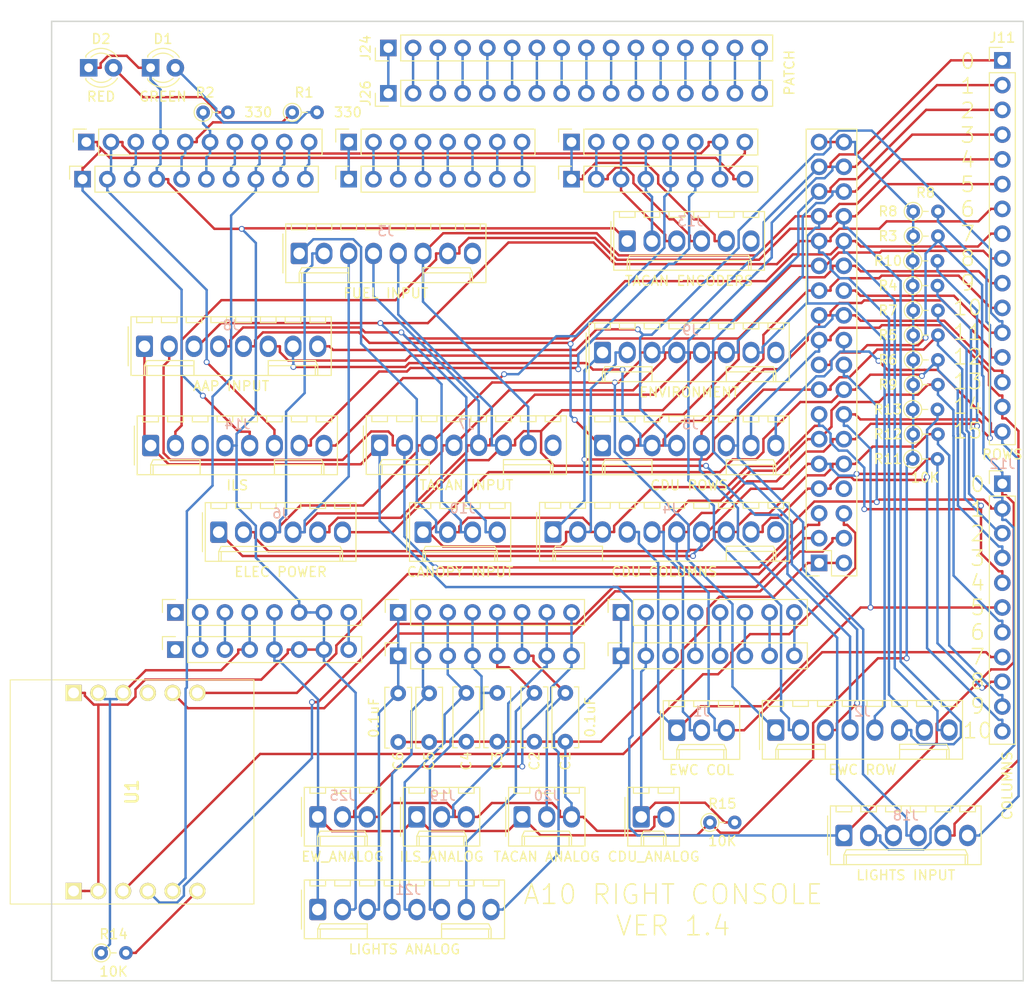
<source format=kicad_pcb>
(kicad_pcb (version 20240108) (generator "pcbnew") (generator_version "8.0")
  (title_block (date "mar. 31 mars 2015"))
  (layers (0 "F.Cu" signal) (31 "B.Cu" signal) (34 "B.Paste" user) (35 "F.Paste" user) (36 "B.SilkS" user "B.Silkscreen") (37 "F.SilkS" user "F.Silkscreen") (38 "B.Mask" user) (39 "F.Mask" user) (44 "Edge.Cuts" user))
  (net 0 "")
  (net 1 "GND")
  (net 2 "SCLK")
  (net 3 "ES1_RST")
  (net 4 "MISO")
  (net 5 "MOSI")
  (net 6 "/48")
  (net 7 "/49")
  (net 8 "/*46")
  (net 9 "/47")
  (net 10 "/*44")
  (net 11 "/*45")
  (net 12 "/42")
  (net 13 "/43")
  (net 14 "/40")
  (net 15 "/41")
  (net 16 "/38")
  (net 17 "/39")
  (net 18 "/36")
  (net 19 "/37")
  (net 20 "/35")
  (net 21 "/32")
  (net 22 "/33")
  (net 23 "/30")
  (net 24 "/31")
  (net 25 "/28")
  (net 26 "/29")
  (net 27 "/26")
  (net 28 "/27")
  (net 29 "/24")
  (net 30 "/25")
  (net 31 "/22")
  (net 32 "/23")
  (net 33 "+5V")
  (net 34 "/IOREF")
  (net 35 "/A0")
  (net 36 "/A1")
  (net 37 "/A2")
  (net 38 "/A3")
  (net 39 "/A4")
  (net 40 "/A5")
  (net 41 "/A6")
  (net 42 "/A7")
  (net 43 "/A8")
  (net 44 "/A9")
  (net 45 "/A10")
  (net 46 "/A11")
  (net 47 "/A12")
  (net 48 "/A13")
  (net 49 "/A14")
  (net 50 "/A15")
  (net 51 "/AREF")
  (net 52 "/*13")
  (net 53 "/*12")
  (net 54 "/*11")
  (net 55 "/*9")
  (net 56 "/*8")
  (net 57 "/*7")
  (net 58 "/*6")
  (net 59 "/*5")
  (net 60 "/*4")
  (net 61 "/*3")
  (net 62 "/*2")
  (net 63 "/TX0{slash}1")
  (net 64 "/RX0{slash}0")
  (net 65 "+3V3")
  (net 66 "Net-(D1-A)")
  (net 67 "/RX3{slash}15")
  (net 68 "Net-(D2-A)")
  (net 69 "/RX2{slash}17")
  (net 73 "VCC")
  (net 74 "/~{RESET}")
  (net 75 "/TACAN_L_B")
  (net 76 "SS")
  (net 78 "/TACAN_R_B")
  (net 79 "/ILS_L_A")
  (net 80 "/ILS_L_B")
  (net 81 "/ILS_R_B")
  (net 82 "/ILS_R_A")
  (net 85 "/34")
  (net 86 "Net-(J24-Pin_1)")
  (net 87 "Net-(J24-Pin_2)")
  (net 88 "Net-(J24-Pin_3)")
  (net 89 "Net-(J24-Pin_4)")
  (net 90 "Net-(J24-Pin_5)")
  (net 91 "Net-(J24-Pin_6)")
  (net 92 "Net-(J24-Pin_7)")
  (net 93 "Net-(J24-Pin_8)")
  (net 94 "Net-(J24-Pin_9)")
  (net 95 "Net-(J24-Pin_10)")
  (net 96 "Net-(J24-Pin_11)")
  (net 97 "Net-(J24-Pin_12)")
  (net 98 "Net-(J24-Pin_13)")
  (net 99 "Net-(J24-Pin_14)")
  (net 100 "Net-(J24-Pin_15)")
  (net 101 "Net-(J24-Pin_16)")
  (net 104 "Net-(U1-INT)")
  (footprint "Connector_PinSocket_2.54mm:PinSocket_2x18_P2.54mm_Vertical" (layer "F.Cu") (at 193.98 92.38 180)
    (property "Reference" "J31" (hide yes))
    (property "Value" "Digital")
  )
  (footprint "Connector_PinSocket_2.54mm:PinSocket_1x08_P2.54mm_Vertical" (layer "F.Cu") (at 127.94 97.46 90)
    (property "Reference" "J28" (hide yes))
    (property "Value" "Power")
  )
  (footprint "Connector_PinSocket_2.54mm:PinSocket_1x08_P2.54mm_Vertical" (layer "F.Cu") (at 150.8 97.46 90)
    (property "Reference" "J29" (hide yes))
    (property "Value" "Analog")
  )
  (footprint "Connector_PinSocket_2.54mm:PinSocket_1x08_P2.54mm_Vertical" (layer "F.Cu") (at 173.66 97.46 90)
    (property "Reference" "J30" (hide yes))
    (property "Value" "Analog")
  )
  (footprint "Connector_PinSocket_2.54mm:PinSocket_1x10_P2.54mm_Vertical" (layer "F.Cu") (at 118.796 49.2 90)
    (property "Reference" "J32" (hide yes))
    (property "Value" "PWM")
  )
  (footprint "Connector_PinSocket_2.54mm:PinSocket_1x08_P2.54mm_Vertical" (layer "F.Cu") (at 145.72 49.2 90)
    (property "Reference" "J33" (hide yes))
    (property "Value" "PWM")
  )
  (footprint "Connector_PinSocket_2.54mm:PinSocket_1x08_P2.54mm_Vertical" (layer "F.Cu") (at 168.58 49.2 90)
    (property "Reference" "J34" (hide yes))
    (property "Value" "Communication")
  )
  (footprint "Connector_Molex:Molex_KK-254_AE-6410-08A_1x08_P2.54mm_Vertical" (layer "F.Cu") (at 140.64 60.63)
    (property "Reference" "J3")
    (property "Value" "FUEL INPUT")
  )
  (footprint "Resistor_THT:R_Axial_DIN0204_L3.6mm_D1.6mm_P2.54mm_Vertical" (layer "F.Cu") (at 203.632 69.012)
    (property "Reference" "R5")
    (property "Value" "10K")
  )
  (footprint "Resistor_THT:R_Axial_DIN0204_L3.6mm_D1.6mm_P2.54mm_Vertical" (layer "F.Cu") (at 130.784 46.152)
    (property "Reference" "R2")
    (property "Value" "330")
  )
  (footprint "Connector_Molex:Molex_KK-254_AE-6410-08A_1x08_P2.54mm_Vertical" (layer "F.Cu") (at 171.755 70.79)
    (property "Reference" "J9")
    (property "Value" "ENVIRONMENT")
  )
  (footprint "Capacitor_THT:C_Disc_D6.0mm_W2.5mm_P5.00mm" (layer "F.Cu") (at 150.8 105.755 -90)
    (property "Reference" "C6")
    (property "Value" "0.1uF")
  )
  (footprint "Resistor_THT:R_Axial_DIN0204_L3.6mm_D1.6mm_P2.54mm_Vertical" (layer "F.Cu") (at 203.632 66.472)
    (property "Reference" "R7")
    (property "Value" "10K")
  )
  (footprint "Connector_Molex:Molex_KK-254_AE-6410-10A_1x10_P2.54mm_Vertical" (layer "F.Cu") (at 166.675 89.205)
    (property "Reference" "J4")
    (property "Value" "CDU COLUMNS")
  )
  (footprint "Connector_Molex:Molex_KK-254_AE-6410-02A_1x02_P2.54mm_Vertical" (layer "F.Cu") (at 175.73 118.435)
    (property "Reference" "J35")
    (property "Value" "CDU_ANALOG")
  )
  (footprint "Resistor_THT:R_Axial_DIN0204_L3.6mm_D1.6mm_P2.54mm_Vertical" (layer "F.Cu") (at 120.325 132.385)
    (property "Reference" "R14")
    (property "Value" "10K")
  )
  (footprint "Connector_PinHeader_2.54mm:PinHeader_1x16_P2.54mm_Vertical" (layer "F.Cu") (at 149.784 44.198 90)
    (property "Reference" "J26")
    (property "Value" "PATCH")
  )
  (footprint "Connector_Molex:Molex_KK-254_AE-6410-08A_1x08_P2.54mm_Vertical" (layer "F.Cu") (at 148.895 80.315)
    (property "Reference" "J7")
    (property "Value" "TACAN INPUT")
  )
  (footprint "Connector_PinSocket_2.54mm:PinSocket_1x08_P2.54mm_Vertical" (layer "F.Cu") (at 173.66 101.905 90)
    (property "Reference" "J23")
    (property "Value" "Analog")
  )
  (footprint "Connector_Molex:Molex_KK-254_AE-6410-06A_1x06_P2.54mm_Vertical" (layer "F.Cu") (at 196.52 120.34)
    (property "Reference" "J18")
    (property "Value" "LIGHTS INPUT")
  )
  (footprint "Connector_PinHeader_2.54mm:PinHeader_1x16_P2.54mm_Vertical" (layer "F.Cu") (at 212.776 40.818)
    (property "Reference" "J11")
    (property "Value" "ROWS")
  )
  (footprint "Arduino_MountingHole:MountingHole_3.2mm" (layer "F.Cu") (at 196.02 132.385)
    (property "Reference" "H2")
    (property "Value" "MountingHole")
  )
  (footprint "Connector_Molex:Molex_KK-254_AE-6410-06A_1x06_P2.54mm_Vertical" (layer "F.Cu") (at 174.295 59.36)
    (property "Reference" "J13")
    (property "Value" "TACAN ENCODERS")
  )
  (footprint "Capacitor_THT:C_Disc_D6.0mm_W2.5mm_P5.00mm" (layer "F.Cu") (at 164.77 105.715 -90)
    (property "Reference" "C2")
    (property "Value" "0.1uF")
  )
  (footprint "Capacitor_THT:C_Disc_D6.0mm_W2.5mm_P5.00mm" (layer "F.Cu") (at 160.96 105.715 -90)
    (property "Reference" "C3")
    (property "Value" "0.1uF")
  )
  (footprint "Resistor_THT:R_Axial_DIN0204_L3.6mm_D1.6mm_P2.54mm_Vertical" (layer "F.Cu") (at 203.582 61.392)
    (property "Reference" "R10")
    (property "Value" "10K")
  )
  (footprint "Connector_PinSocket_2.54mm:PinSocket_1x08_P2.54mm_Vertical" (layer "F.Cu") (at 127.94 101.27 90)
    (property "Reference" "J27")
    (property "Value" "Power")
  )
  (footprint "Resistor_THT:R_Axial_DIN0204_L3.6mm_D1.6mm_P2.54mm_Vertical" (layer "F.Cu") (at 203.632 56.312)
    (property "Reference" "R8")
    (property "Value" "10K")
  )
  (footprint "Resistor_THT:R_Axial_DIN0204_L3.6mm_D1.6mm_P2.54mm_Vertical" (layer "F.Cu") (at 203.582 81.712)
    (property "Reference" "R11")
    (property "Value" "10K")
  )
  (footprint "Connector_Molex:Molex_KK-254_AE-6410-03A_1x03_P2.54mm_Vertical" (layer "F.Cu") (at 152.705 118.435)
    (property "Reference" "J19")
    (property "Value" "ILS_ANALOG")
  )
  (footprint "Connector_Molex:Molex_KK-254_AE-6410-06A_1x06_P2.54mm_Vertical" (layer "F.Cu") (at 132.385 89.225)
    (property "Reference" "J6")
    (property "Value" "ELEC POWER")
  )
  (footprint "Connector_Molex:Molex_KK-254_AE-6410-04A_1x04_P2.54mm_Vertical" (layer "F.Cu") (at 153.34 89.225)
    (property "Reference" "J10")
    (property "Value" "CANOPY INPUT")
  )
  (footprint "Capacitor_THT:C_Disc_D6.0mm_W2.5mm_P5.00mm" (layer "F.Cu") (at 153.975 105.755 -90)
    (property "Reference" "C5")
    (property "Value" "0.1uF")
  )
  (footprint "Resistor_THT:R_Axial_DIN0204_L3.6mm_D1.6mm_P2.54mm_Vertical" (layer "F.Cu") (at 203.632 58.852)
    (property "Reference" "R3")
    (property "Value" "10K")
  )
  (footprint "Connector_Molex:Molex_KK-254_AE-6410-08A_1x08_P2.54mm_Vertical" (layer "F.Cu") (at 124.765 70.155)
    (property "Reference" "J8")
    (property "Value" "AAP INPUT")
  )
  (footprint "Arduino_MountingHole:MountingHole_3.2mm" (layer "F.Cu") (at 196.02 39.675)
    (property "Reference" "H3")
    (property "Value" "MountingHole")
  )
  (footprint "Connector_PinSocket_2.54mm:PinSocket_1x08_P2.54mm_Vertical" (layer "F.Cu") (at 168.58 53.01 90)
    (property "Reference" "J17")
    (property "Value" "Communication")
  )
  (footprint "Connector_Molex:Molex_KK-254_AE-6410-08A_1x08_P2.54mm_Vertical" (layer "F.Cu") (at 142.545 127.94)
    (property "Reference" "J21")
    (property "Value" "LIGHTS ANALOG")
  )
  (footprint "Capacitor_THT:C_Disc_D6.0mm_W2.5mm_P5.00mm" (layer "F.Cu") (at 167.945 105.715 -90)
    (property "Reference" "C1")
    (property "Value" "0.1uF")
  )
  (footprint "Resistor_THT:R_Axial_DIN0204_L3.6mm_D1.6mm_P2.54mm_Vertical" (layer "F.Cu") (at 203.582 63.932)
    (property "Reference" "R4")
    (property "Value" "10K")
  )
  (footprint "Connector_PinSocket_2.54mm:PinSocket_1x08_P2.54mm_Vertical" (layer "F.Cu") (at 145.72 53.01 90)
    (property "Reference" "J16")
    (property "Value" "PWM")
  )
  (footprint "Connector_PinSocket_2.54mm:PinSocket_1x08_P2.54mm_Vertical" (layer "F.Cu") (at 150.8 101.905 90)
    (property "Reference" "J22")
    (property "Value" "Analog")
  )
  (footprint "Connector_Molex:Molex_KK-254_AE-6410-08A_1x08_P2.54mm_Vertical" (layer "F.Cu") (at 189.535 109.525)
    (property "Reference" "J2")
    (property "Value" "EWC ROW")
  )
  (footprint "Connector_Molex:Molex_KK-254_AE-6410-08A_1x08_P2.54mm_Vertical" (layer "F.Cu") (at 125.4 80.335)
    (property "Reference" "J14")
    (property "Value" "ILS")
  )
  (footprint "Connector_Molex:Molex_KK-254_AE-6410-03A_1x03_P2.54mm_Vertical" (layer "F.Cu") (at 142.545 118.435)
    (property "Reference" "J25")
    (property "Value" "EW_ANALOG")
  )
  (footprint "Resistor_THT:R_Axial_DIN0204_L3.6mm_D1.6mm_P2.54mm_Vertical" (layer "F.Cu") (at 182.78 119)
    (property "Reference" "R15")
    (property "Value" "10K")
  )
  (footprint "Resistor_THT:R_Axial_DIN0204_L3.6mm_D1.6mm_P2.54mm_Vertical" (layer "F.Cu") (at 203.632 74.092)
    (property "Reference" "R9")
    (property "Value" "10K")
  )
  (footprint "Resistor_THT:R_Axial_DIN0204_L3.6mm_D1.6mm_P2.54mm_Vertical" (layer "F.Cu") (at 203.632 71.552)
    (property "Reference" "R6")
    (property "Value" "10K")
  )
  (footprint "LED_THT:LED_D3.0mm" (layer "F.Cu") (at 125.395 41.58)
    (property "Reference" "D1")
    (property "Value" "GREEN")
  )
  (footprint "Resistor_THT:R_Axial_DIN0204_L3.6mm_D1.6mm_P2.54mm_Vertical" (layer "F.Cu") (at 203.632 79.172)
    (property "Reference" "R12")
    (property "Value" "10K")
  )
  (footprint "Resistor_THT:R_Axial_DIN0204_L3.6mm_D1.6mm_P2.54mm_Vertical" (layer "F.Cu") (at 139.928 46.152)
    (property "Reference" "R1")
    (property "Value" "330")
  )
  (footprint "Connector_PinHeader_2.54mm:PinHeader_1x11_P2.54mm_Vertical" (layer "F.Cu") (at 212.776 84.252)
    (property "Reference" "J12")
    (property "Value" "COLUMNS")
  )
  (footprint "Arduino_MountingHole:MountingHole_3.2mm" (layer "F.Cu") (at 166.04 64.44)
    (property "Reference" "MH1" (hide yes))
    (property "Value" "MountingHole_3.2mm" (hide yes))
  )
  (footprint "USR-ES1:USRES1" (layer "F.Cu") (at 117.495 126.035 90)
    (property "Reference" "U1")
    (property "Value" "USR-ES1" (hide yes))
  )
  (footprint "Connector_PinSocket_2.54mm:PinSocket_1x10_P2.54mm_Vertical" (layer "F.Cu") (at 118.415 53.01 90)
    (property "Reference" "J15")
    (property "Value" "PWM")
  )
  (footprint "Arduino_MountingHole:MountingHole_3.2mm" (layer "F.Cu") (at 136.02 132.385)
    (property "Reference" "H1")
    (property "Value" "MountingHole")
  )
  (footprint "Connector_Molex:Molex_KK-254_AE-6410-08A_1x08_P2.54mm_Vertical" (layer "F.Cu") (at 171.755 80.335)
    (property "Reference" "J5")
    (property "Value" "CDU ROWS")
  )
  (footprint "Connector_Molex:Molex_KK-254_AE-6410-03A_1x03_P2.54mm_Vertical" (layer "F.Cu") (at 179.375 109.545)
    (property "Reference" "J1")
    (property "Value" "EWC COL")
  )
  (footprint "Capacitor_THT:C_Disc_D6.0mm_W2.5mm_P5.00mm" (layer "F.Cu") (at 157.785 105.715 -90)
    (property "Reference" "C4")
    (property "Value" "0.1uF")
  )
  (footprint "Connector_PinHeader_2.54mm:PinHeader_1x16_P2.54mm_Vertical" (layer "F.Cu") (at 149.784 39.548 90)
    (property "Reference" "J24")
    (property "Value" "PATCH")
  )
  (footprint "LED_THT:LED_D3.0mm" (layer "F.Cu") (at 119.045 41.58)
    (property "Reference" "D2")
    (property "Value" "RED")
  )
  (footprint "Connector_Molex:Molex_KK-254_AE-6410-03A_1x03_P2.54mm_Vertical" (layer "F.Cu") (at 163.5 118.435)
    (property "Reference" "J20")
    (property "Value" "TACAN ANALOG")
  )
  (footprint "Arduino_MountingHole:MountingHole_3.2mm" (layer "F.Cu") (at 136.02 39.675)
    (property "Reference" "H4")
    (property "Value" "MountingHole")
  )
  (footprint "Resistor_THT:R_Axial_DIN0204_L3.6mm_D1.6mm_P2.54mm_Vertical" (layer "F.Cu") (at 203.582 76.632)
    (property "Reference" "R13")
    (property "Value" "10K")
  )
  (gr_rect (start 115.24 36.8175) (end 214.935 135.2425) (stroke (width 0.15)) (fill none) (layer "Edge.Cuts"))
  (gr_text "0\n1\n2\n3\n4\n5\n6\n7\n8\n9\n10" (at 210.236 96.952 0) (layer "F.SilkS") (effects (font (size 1.57 1.6))))
  (gr_text "A10 RIGHT CONSOLE\nVER 1.4" (at 179 128 0) (layer "F.SilkS") (effects (font (size 2 2))))
  (gr_text "0\n1\n2\n3\n4\n5\n6\n7\n8\n9\n10\n11\n12\n13\n14\n15" (at 209.22 59.868 0) (layer "F.SilkS") (effects (font (size 1.57 1.6))))
  (segment (start 125.395 41.58) (end 124.1699 41.58) (width 0.25) (layer "F.Cu") (net 1))
  (segment (start 120.2701 41.58) (end 120.2701 41.1206) (width 0.25) (layer "F.Cu") (net 1))
  (segment (start 140.64 101.27) (end 139.4649 101.27) (width 0.25) (layer "F.Cu") (net 1))
  (segment (start 156.5899 117.8047) (end 156.5899 118.435) (width 0.25) (layer "F.Cu") (net 1))
  (segment (start 120.035 106.915) (end 119.5632 106.915) (width 0.25) (layer "F.Cu") (net 1))
  (segment (start 168.58 118.435) (end 169.7751 118.435) (width 0.25) (layer "F.Cu") (net 1))
  (segment (start 117.495 105.715) (end 118.6526 105.715) (width 0.25) (layer "F.Cu") (net 1))
  (segment (start 176.6036 119.864) (end 177.0749 119.3927) (width 0.25) (layer "F.Cu") (net 1))
  (segment (start 124.8358 104.3504) (end 123.845 105.3412) (width 0.25) (layer "F.Cu") (net 1))
  (segment (start 196.52 92.38) (end 193.98 92.38) (width 0.25) (layer "F.Cu") (net 1))
  (segment (start 127.2101 53.01) (end 127.2101 53.3753) (width 0.25) (layer "F.Cu") (net 1))
  (segment (start 167.3849 117.8047) (end 167.3849 118.435) (width 0.25) (layer "F.Cu") (net 1))
  (segment (start 168.1084 118.435) (end 168.58 118.435) (width 0.25) (layer "F.Cu") (net 1))
  (segment (start 118.6526 106.0044) (end 118.6526 105.715) (width 0.25) (layer "F.Cu") (net 1))
  (segment (start 166.591 117.0108) (end 167.3849 117.8047) (width 0.25) (layer "F.Cu") (net 1))
  (segment (start 127.2101 53.3753) (end 131.9411 58.1063) (width 0.25) (layer "F.Cu") (net 1))
  (segment (start 134.7997 58.05) (end 134.7434 58.1063) (width 0.25) (layer "F.Cu") (net 1))
  (segment (start 182.55 97.0422) (end 183.7389 95.8533) (width 0.25) (layer "F.Cu") (net 1))
  (segment (start 120.035 126.035) (end 118.6526 126.035) (width 0.25) (layer "F.Cu") (net 1))
  (segment (start 167.945 110.715) (end 171.6049 110.715) (width 0.25) (layer "F.Cu") (net 1))
  (segment (start 169.7751 118.435) (end 171.2041 119.864) (width 0.25) (layer "F.Cu") (net 1))
  (segment (start 160.4043 117.0108) (end 166.591 117.0108) (width 0.25) (layer "F.Cu") (net 1))
  (segment (start 147.625 118.435) (end 148.8201 118.435) (width 0.25) (layer "F.Cu") (net 1))
  (segment (start 154.015 110.715) (end 153.975 110.755) (width 0.25) (layer "F.Cu") (net 1))
  (segment (start 157.785 110.715) (end 154.015 110.715) (width 0.25) (layer "F.Cu") (net 1))
  (segment (start 155.792 117.0068) (end 156.5899 117.8047) (width 0.25) (layer "F.Cu") (net 1))
  (segment (start 123.845 106.12) (end 123.05 106.915) (width 0.25) (layer "F.Cu") (net 1))
  (segment (start 183.7389 95.8533) (end 189.3316 95.8533) (width 0.25) (layer "F.Cu") (net 1))
  (segment (start 123.845 105.3412) (end 123.845 106.12) (width 0.25) (layer "F.Cu") (net 1))
  (segment (start 179.9152 101.3435) (end 182.55 98.7087) (width 0.25) (layer "F.Cu") (net 1))
  (segment (start 153.975 110.755) (end 150.8 110.755) (width 0.25) (layer "F.Cu") (net 1))
  (segment (start 158.9801 118.435) (end 160.4043 117.0108) (width 0.25) (layer "F.Cu") (net 1))
  (segment (start 150.2483 117.0068) (end 155.792 117.0068) (width 0.25) (layer "F.Cu") (net 1))
  (segment (start 189.3316 95.8533) (end 192.8049 92.38) (width 0.25) (layer "F.Cu") (net 1))
  (segment (start 177.0749 119.3927) (end 177.0749 118.435) (width 0.25) (layer "F.Cu") (net 1))
  (segment (start 171.2041 119.864) (end 176.6036 119.864) (width 0.25) (layer "F.Cu") (net 1))
  (segment (start 179.9152 102.4047) (end 179.9152 101.3435) (width 0.25) (layer "F.Cu") (net 1))
  (segment (start 136.7497 104.3504) (end 124.8358 104.3504) (width 0.25) (layer "F.Cu") (net 1))
  (segment (start 171.6049 110.715) (end 179.9152 102.4047) (width 0.25) (layer "F.Cu") (net 1))
  (segment (start 139.4649 101.6352) (end 136.7497 104.3504) (width 0.25) (layer "F.Cu") (net 1))
  (segment (start 123.05 106.915) (end 120.035 106.915) (width 0.25) (layer "F.Cu") (net 1))
  (segment (start 117.495 126.035) (end 118.6526 126.035) (width 0.25) (layer "F.Cu") (net 1))
  (segment (start 121.0358 40.3549) (end 122.9448 40.3549) (width 0.25) (layer "F.Cu") (net 1))
  (segment (start 168.1084 118.435) (end 167.3849 118.435) (width 0.25) (layer "F.Cu") (net 1))
  (segment (start 120.2701 41.1206) (end 121.0358 40.3549) (width 0.25) (layer "F.Cu") (net 1))
  (segment (start 139.4649 101.27) (end 139.4649 101.6352) (width 0.25) (layer "F.Cu") (net 1))
  (segment (start 143.18 101.27) (end 140.64 101.27) (width 0.25) (layer "F.Cu") (net 1))
  (segment (start 164.77 110.715) (end 160.96 110.715) (width 0.25) (layer "F.Cu") (net 1))
  (segment (start 182.55 98.7087) (end 182.55 97.0422) (width 0.25) (layer "F.Cu") (net 1))
  (segment (start 160.96 110.715) (end 157.785 110.715) (width 0.25) (layer "F.Cu") (net 1))
  (segment (start 193.98 92.38) (end 192.8049 92.38) (width 0.25) (layer "F.Cu") (net 1))
  (segment (start 174.295 59.36) (end 172.985 58.05) (width 0.25) (layer "F.Cu") (net 1))
  (segment (start 167.945 110.715) (end 164.77 110.715) (width 0.25) (layer "F.Cu") (net 1))
  (segment (start 120.035 106.915) (end 120.035 126.035) (width 0.25) (layer "F.Cu") (net 1))
  (segment (start 178.27 118.435) (end 177.0749 118.435) (width 0.25) (layer "F.Cu") (net 1))
  (segment (start 119.045 41.58) (end 120.2701 41.58) (width 0.25) (layer "F.Cu") (net 1))
  (segment (start 172.985 58.05) (end 134.7997 58.05) (width 0.25) (layer "F.Cu") (net 1))
  (segment (start 157.785 118.435) (end 158.9801 118.435) (width 0.25) (layer "F.Cu") (net 1))
  (segment (start 126.035 53.01) (end 127.2101 53.01) (width 0.25) (layer "F.Cu") (net 1))
  (segment (start 157.785 118.435) (end 156.5899 118.435) (width 0.25) (layer "F.Cu") (net 1))
  (segment (start 119.5632 106.915) (end 118.6526 106.0044) (width 0.25) (layer "F.Cu") (net 1))
  (segment (start 148.8201 118.435) (end 150.2483 117.0068) (width 0.25) (layer "F.Cu") (net 1))
  (segment (start 131.9411 58.1063) (end 134.7434 58.1063) (width 0.25) (layer "F.Cu") (net 1))
  (segment (start 122.9448 40.3549) (end 124.1699 41.58) (width 0.25) (layer "F.Cu") (net 1))
  (via (at 134.7434 58.1063) (size 0.6) (drill 0.4) (layers "F.Cu" "B.Cu") (net 1))
  (segment (start 145.085 127.94) (end 146.2801 127.94) (width 0.25) (layer "B.Cu") (net 1))
  (segment (start 126.416 49.2) (end 126.416 43.8261) (width 0.25) (layer "B.Cu") (net 1))
  (segment (start 168.58 117.0149) (end 167.945 116.3799) (width 0.25) (layer "B.Cu") (net 1))
  (segment (start 147.625 118.435) (end 146.4299 118.435) (width 0.25) (layer "B.Cu") (net 1))
  (segment (start 136.194 91.8389) (end 136.194 88.5613) (width 0.25) (layer "B.Cu") (net 1))
  (segment (start 126.416 43.8261) (end 125.395 42.8051) (width 0.25) (layer "B.Cu") (net 1))
  (segment (start 136.194 88.5613) (end 134.2151 86.5824) (width 0.25) (layer "B.Cu") (net 1))
  (segment (start 134.2151 79.1399) (end 136.195 77.16) (width 0.25) (layer "B.Cu") (net 1))
  (segment (start 133.02 80.335) (end 134.2151 80.335) (width 0.25) (layer "B.Cu") (net 1))
  (segment (start 136.195 77.16) (end 136.195 59.5579) (width 0.25) (layer "B.Cu") (net 1))
  (segment (start 126.416 51.4539) (end 126.416 49.2) (width 0.25) (layer "B.Cu") (net 1))
  (segment (start 125.395 41.58) (end 125.395 42.8051) (width 0.25) (layer "B.Cu") (net 1))
  (segment (start 143.18 101.27) (end 143.18 102.4451) (width 0.25) (layer "B.Cu") (net 1))
  (segment (start 140.64 96.2849) (end 136.194 91.8389) (width 0.25) (layer "B.Cu") (net 1))
  (segment (start 134.2151 86.5824) (end 134.2151 80.335) (width 0.25) (layer "B.Cu") (net 1))
  (segment (start 146.4299 105.695) (end 146.4299 118.435) (width 0.25) (layer "B.Cu") (net 1))
  (segment (start 146.4299 118.435) (end 146.4299 127.7902) (width 0.25) (layer "B.Cu") (net 1))
  (segment (start 140.64 97.46) (end 140.64 96.2849) (width 0.25) (layer "B.Cu") (net 1))
  (segment (start 136.195 59.5579) (end 134.7434 58.1063) (width 0.25) (layer "B.Cu") (net 1))
  (segment (start 143.18 97.46) (end 141.8151 97.46) (width 0.25) (layer "B.Cu") (net 1))
  (segment (start 140.64 97.46) (end 141.8151 97.46) (width 0.25) (layer "B.Cu") (net 1))
  (segment (start 167.945 116.3799) (end 167.945 110.715) (width 0.25) (layer "B.Cu") (net 1))
  (segment (start 143.18 101.27) (end 143.18 97.46) (width 0.25) (layer "B.Cu") (net 1))
  (segment (start 134.2151 80.335) (end 134.2151 79.1399) (width 0.25) (layer "B.Cu") (net 1))
  (segment (start 146.4299 127.7902) (end 146.2801 127.94) (width 0.25) (layer "B.Cu") (net 1))
  (segment (start 126.035 53.01) (end 126.035 51.8349) (width 0.25) (layer "B.Cu") (net 1))
  (segment (start 168.58 118.435) (end 168.58 117.0149) (width 0.25) (layer "B.Cu") (net 1))
  (segment (start 143.18 102.4451) (end 146.4299 105.695) (width 0.25) (layer "B.Cu") (net 1))
  (segment (start 126.035 51.8349) (end 126.416 51.4539) (width 0.25) (layer "B.Cu") (net 1))
  (segment (start 142.5908 106.6568) (end 141.9497 106.6568) (width 0.25) (layer "F.Cu") (net 2))
  (segment (start 193.98 89.84) (end 192.5271 89.84) (width 0.25) (layer "F.Cu") (net 2))
  (segment (start 192.5271 89.84) (end 187.5272 94.8399) (width 0.25) (layer "F.Cu") (net 2))
  (segment (start 150.6125 98.6351) (end 142.5908 106.6568) (width 0.25) (layer "F.Cu") (net 2))
  (segment (start 169.0667 98.6351) (end 150.6125 98.6351) (width 0.25) (layer "F.Cu") (net 2))
  (segment (start 187.5272 94.8399) (end 172.8619 94.8399) (width 0.25) (layer "F.Cu") (net 2))
  (segment (start 172.8619 94.8399) (end 169.0667 98.6351) (width 0.25) (layer "F.Cu") (net 2))
  (via (at 141.9497 106.6568) (size 0.6) (drill 0.4) (layers "F.Cu" "B.Cu") (net 2))
  (segment (start 125.115 126.035) (end 126.2994 127.2194) (width 0.25) (layer "B.Cu") (net 2))
  (segment (start 128.8127 125.5352) (end 141.9497 112.3982) (width 0.25) (layer "B.Cu") (net 2))
  (segment (start 128.1136 127.2194) (end 128.8127 126.5203) (width 0.25) (layer "B.Cu") (net 2))
  (segment (start 141.9497 112.3982) (end 141.9497 106.6568) (width 0.25) (layer "B.Cu") (net 2))
  (segment (start 128.8127 126.5203) (end 128.8127 125.5352) (width 0.25) (layer "B.Cu") (net 2))
  (segment (start 126.2994 127.2194) (end 128.1136 127.2194) (width 0.25) (layer "B.Cu") (net 2))
  (segment (start 187.9304 95.2901) (end 173.0484 95.2901) (width 0.25) (layer "F.Cu") (net 3))
  (segment (start 195.3449 90.2052) (end 194.3453 91.2048) (width 0.25) (layer "F.Cu") (net 3))
  (segment (start 196.52 89.84) (end 195.3449 89.84) (width 0.25) (layer "F.Cu") (net 3))
  (segment (start 192.0157 91.2048) (end 187.9304 95.2901) (width 0.25) (layer "F.Cu") (net 3))
  (segment (start 129.2219 107.2819) (end 127.655 105.715) (width 0.25) (layer "F.Cu") (net 3))
  (segment (start 194.3453 91.2048) (end 192.0157 91.2048) (width 0.25) (layer "F.Cu") (net 3))
  (segment (start 173.0484 95.2901) (end 168.7159 99.6226) (width 0.25) (layer "F.Cu") (net 3))
  (segment (start 195.3449 89.84) (end 195.3449 90.2052) (width 0.25) (layer "F.Cu") (net 3))
  (segment (start 168.7159 99.6226) (end 150.8649 99.6226) (width 0.25) (layer "F.Cu") (net 3))
  (segment (start 143.2056 107.2819) (end 129.2219 107.2819) (width 0.25) (layer "F.Cu") (net 3))
  (segment (start 150.8649 99.6226) (end 143.2056 107.2819) (width 0.25) (layer "F.Cu") (net 3))
  (segment (start 192.8522 88.4751) (end 187.8005 93.5268) (width 0.25) (layer "F.Cu") (net 4))
  (segment (start 144.45 100.8395) (end 144.45 101.6624) (width 0.25) (layer "F.Cu") (net 4))
  (segment (start 140.3974 105.715) (end 130.195 105.715) (width 0.25) (layer "F.Cu") (net 4))
  (segment (start 151.7627 93.5268) (end 144.45 100.8395) (width 0.25) (layer "F.Cu") (net 4))
  (segment (start 144.45 101.6624) (end 140.3974 105.715) (width 0.25) (layer "F.Cu") (net 4))
  (segment (start 187.8005 93.5268) (end 151.7627 93.5268) (width 0.25) (layer "F.Cu") (net 4))
  (segment (start 193.98 87.3) (end 193.98 88.4751) (width 0.25) (layer "F.Cu") (net 4))
  (segment (start 193.98 88.4751) (end 192.8522 88.4751) (width 0.25) (layer "F.Cu") (net 4))
  (segment (start 122.575 126.035) (end 136.6302 111.9798) (width 0.25) (layer "F.Cu") (net 5))
  (segment (start 197.7039 89.3123) (end 196.8667 88.4751) (width 0.25) (layer "F.Cu") (net 5))
  (segment (start 196.52 87.3) (end 196.52 88.4751) (width 0.25) (layer "F.Cu") (net 5))
  (segment (start 197.7039 92.8955) (end 197.7039 89.3123) (width 0.25) (layer "F.Cu") (net 5))
  (segment (start 183.615 103.7983) (end 184.9952 102.4181) (width 0.25) (layer "F.Cu") (net 5))
  (segment (start 190.9169 99.6825) (end 197.7039 92.8955) (width 0.25) (layer "F.Cu") (net 5))
  (segment (start 196.8667 88.4751) (end 196.52 88.4751) (width 0.25) (layer "F.Cu") (net 5))
  (segment (start 173.8916 111.9798) (end 182.0731 103.7983) (width 0.25) (layer "F.Cu") (net 5))
  (segment (start 182.0731 103.7983) (end 183.615 103.7983) (width 0.25) (layer "F.Cu") (net 5))
  (segment (start 136.6302 111.9798) (end 173.8916 111.9798) (width 0.25) (layer "F.Cu") (net 5))
  (segment (start 184.9952 101.5838) (end 186.8965 99.6825) (width 0.25) (layer "F.Cu") (net 5))
  (segment (start 186.8965 99.6825) (end 190.9169 99.6825) (width 0.25) (layer "F.Cu") (net 5))
  (segment (start 184.9952 102.4181) (end 184.9952 101.5838) (width 0.25) (layer "F.Cu") (net 5))
  (segment (start 204.7498 83.8677) (end 205.0545 83.563) (width 0.25) (layer "F.Cu") (net 6))
  (segment (start 188.1901 88.5747) (end 188.1901 89.205) (width 0.25) (layer "F.Cu") (net 6))
  (segment (start 195.1551 84.76) (end 195.1551 84.3947) (width 0.25) (layer "F.Cu") (net 6))
  (segment (start 193.98 84.76) (end 192.8049 84.76) (width 0.25) (layer "F.Cu") (net 6))
  (segment (start 195.9868 83.563) (end 197.2629 83.563) (width 0.25) (layer "F.Cu") (net 6))
  (segment (start 197.2629 83.563) (end 197.5676 83.8677) (width 0.25) (layer "F.Cu") (net 6))
  (segment (start 192.8049 84.76) (end 189.8147 87.7502) (width 0.25) (layer "F.Cu") (net 6))
  (segment (start 193.98 84.76) (end 195.1551 84.76) (width 0.25) (layer "F.Cu") (net 6))
  (segment (start 197.5676 83.8677) (end 204.7498 83.8677) (width 0.25) (layer "F.Cu") (net 6))
  (segment (start 186.995 89.205) (end 188.1901 89.205) (width 0.25) (layer "F.Cu") (net 6))
  (segment (start 195.1551 84.3947) (end 195.9868 83.563) (width 0.25) (layer "F.Cu") (net 6))
  (segment (start 189.0146 87.7502) (end 188.1901 88.5747) (width 0.25) (layer "F.Cu") (net 6))
  (segment (start 189.8147 87.7502) (end 189.0146 87.7502) (width 0.25) (layer "F.Cu") (net 6))
  (via (at 205.0545 83.563) (size 0.6) (drill 0.4) (layers "F.Cu" "B.Cu") (net 6))
  (segment (start 212.4088 108.4769) (end 205.0545 101.1226) (width 0.25) (layer "B.Cu") (net 6))
  (segment (start 206.122 76.632) (end 206.122 77.6571) (width 0.25) (layer "B.Cu") (net 6))
  (segment (start 205.0545 101.1226) (end 205.0545 83.563) (width 0.25) (layer "B.Cu") (net 6))
  (segment (start 205.0545 78.7246) (end 206.122 77.6571) (width 0.25) (layer "B.Cu") (net 6))
  (segment (start 212.776 108.4769) (end 212.4088 108.4769) (width 0.25) (layer "B.Cu") (net 6))
  (segment (start 205.0545 83.563) (end 205.0545 78.7246) (width 0.25) (layer "B.Cu") (net 6))
  (segment (start 212.776 109.652) (end 212.776 108.4769) (width 0.25) (layer "B.Cu") (net 6))
  (segment (start 203.5663 83.2426) (end 197.8265 83.2426) (width 0.25) (layer "F.Cu") (net 8))
  (segment (start 212.776 104.572) (end 211.6009 104.572) (width 0.25) (layer "F.Cu") (net 8))
  (segment (start 190.2524 84.7725) (end 186.9722 84.7725) (width 0.25) (layer "F.Cu") (net 8))
  (segment (start 193.98 82.22) (end 192.8049 82.22) (width 0.25) (layer "F.Cu") (net 8))
  (segment (start 186.9722 84.7725) (end 182.5397 89.205) (width 0.25) (layer "F.Cu") (net 8))
  (segment (start 206.122 81.712) (end 205.0969 81.712) (width 0.25) (layer "F.Cu") (net 8))
  (segment (start 182.5397 89.205) (end 181.915 89.205) (width 0.25) (layer "F.Cu") (net 8))
  (segment (start 192.8049 82.22) (end 190.2524 84.7725) (width 0.25) (layer "F.Cu") (net 8))
  (segment (start 181.0433 91.6683) (end 134.8283 91.6683) (width 0.25) (layer "F.Cu") (net 8))
  (segment (start 205.0969 81.712) (end 203.5663 83.2426) (width 0.25) (layer "F.Cu") (net 8))
  (segment (start 134.8283 91.6683) (end 132.385 89.225) (width 0.25) (layer "F.Cu") (net 8))
  (segment (start 210.9813 105.1916) (end 210.6965 105.1916) (width 0.25) (layer "F.Cu") (net 8))
  (segment (start 211.6009 104.572) (end 210.9813 105.1916) (width 0.25) (layer "F.Cu") (net 8))
  (via (at 197.8265 83.2426) (size 0.6) (drill 0.4) (layers "F.Cu" "B.Cu") (net 8))
  (via (at 181.0433 91.6683) (size 0.6) (drill 0.4) (layers "F.Cu" "B.Cu") (net 8))
  (via (at 210.6965 105.1916) (size 0.6) (drill 0.4) (layers "F.Cu" "B.Cu") (net 8))
  (segment (start 206.122 100.6171) (end 206.122 81.712) (width 0.25) (layer "B.Cu") (net 8))
  (segment (start 210.6965 105.1916) (end 206.122 100.6171) (width 0.25) (layer "B.Cu") (net 8))
  (segment (start 181.915 90.6251) (end 181.0433 91.4968) (width 0.25) (layer "B.Cu") (net 8))
  (segment (start 195.1551 82.5853) (end 195.1551 82.22) (width 0.25) (layer "B.Cu") (net 8))
  (segment (start 193.98 82.22) (end 195.1551 82.22) (width 0.25) (layer "B.Cu") (net 8))
  (segment (start 197.8265 83.2426) (end 197.6517 83.4174) (width 0.25) (layer "B.Cu") (net 8))
  (segment (start 195.9872 83.4174) (end 195.1551 82.5853) (width 0.25) (layer "B.Cu") (net 8))
  (segment (start 197.6517 83.4174) (end 195.9872 83.4174) (width 0.25) (layer "B.Cu") (net 8))
  (segment (start 181.0433 91.4968) (end 181.0433 91.6683) (width 0.25) (layer "B.Cu") (net 8))
  (segment (start 181.915 89.205) (end 181.915 90.6251) (width 0.25) (layer "B.Cu") (net 8))
  (segment (start 137.4721 91.1745) (end 136.1201 89.8225) (width 0.25) (layer "F.Cu") (net 9))
  (segment (start 180.7844 91.0432) (end 180.6531 91.1745) (width 0.25) (layer "F.Cu") (net 9))
  (segment (start 183.2599 89.7867) (end 182.0034 91.0432) (width 0.25) (layer "F.Cu") (net 9))
  (segment (start 195.3449 82.22) (end 195.3449 82.5873) (width 0.25) (layer "F.Cu") (net 9))
  (segment (start 183.2599 89.205) (end 183.2599 89.7867) (width 0.25) (layer "F.Cu") (net 9))
  (segment (start 186.9248 87.3) (end 185.6501 88.5747) (width 0.25) (layer "F.Cu") (net 9))
  (segment (start 203.8769 80.442) (end 199.4731 80.442) (width 0.25) (layer "F.Cu") (net 9))
  (segment (start 188.8609 87.3) (end 186.9248 87.3) (width 0.25) (layer "F.Cu") (net 9))
  (segment (start 180.6531 91.1745) (end 137.4721 91.1745) (width 0.25) (layer "F.Cu") (net 9))
  (segment (start 182.0034 91.0432) (end 180.7844 91.0432) (width 0.25) (layer "F.Cu") (net 9))
  (segment (start 205.1469 79.172) (end 203.8769 80.442) (width 0.25) (layer "F.Cu") (net 9))
  (segment (start 185.6501 88.5747) (end 185.6501 89.205) (width 0.25) (layer "F.Cu") (net 9))
  (segment (start 134.925 89.225) (end 136.1201 89.225) (width 0.25) (layer "F.Cu") (net 9))
  (segment (start 194.5371 83.3951) (end 192.7658 83.3951) (width 0.25) (layer "F.Cu") (net 9))
  (segment (start 196.52 82.22) (end 195.3449 82.22) (width 0.25) (layer "F.Cu") (net 9))
  (segment (start 184.455 89.205) (end 185.6501 89.205) (width 0.25) (layer "F.Cu") (net 9))
  (segment (start 196.52 82.22) (end 197.6951 82.22) (width 0.25) (layer "F.Cu") (net 9))
  (segment (start 136.1201 89.8225) (end 136.1201 89.225) (width 0.25) (layer "F.Cu") (net 9))
  (segment (start 184.455 89.205) (end 183.2599 89.205) (width 0.25) (layer "F.Cu") (net 9))
  (segment (start 195.3449 82.5873) (end 194.5371 83.3951) (width 0.25) (layer "F.Cu") (net 9))
  (segment (start 192.7658 83.3951) (end 188.8609 87.3) (width 0.25) (layer "F.Cu") (net 9))
  (segment (start 206.172 79.172) (end 205.1469 79.172) (width 0.25) (layer "F.Cu") (net 9))
  (segment (start 199.4731 80.442) (end 197.6951 82.22) (width 0.25) (layer "F.Cu") (net 9))
  (segment (start 206.172 79.172) (end 206.172 80.1971) (width 0.25) (layer "B.Cu") (net 9))
  (segment (start 212.776 107.112) (end 212.776 105.9369) (width 0.25) (layer "B.Cu") (net 9))
  (segment (start 207.3248 81.3499) (end 207.3248 100.8529) (width 0.25) (layer "B.Cu") (net 9))
  (segment (start 207.3248 100.8529) (end 212.4088 105.9369) (width 0.25) (layer "B.Cu") (net 9))
  (segment (start 206.172 80.1971) (end 207.3248 81.3499) (width 0.25) (layer "B.Cu") (net 9))
  (segment (start 212.4088 105.9369) (end 212.776 105.9369) (width 0.25) (layer "B.Cu") (net 9))
  (segment (start 192.8049 79.68) (end 189.5659 82.919) (width 0.25) (layer "F.Cu") (net 10))
  (segment (start 193.98 79.68) (end 192.8049 79.68) (width 0.25) (layer "F.Cu") (net 10))
  (segment (start 189.5659 82.919) (end 186.9615 82.919) (width 0.25) (layer "F.Cu") (net 10))
  (segment (start 195.25 78.41) (end 193.98 79.68) (width 0.25) (layer "F.Cu") (net 10))
  (segment (start 178.0301 88.5747) (end 178.0301 89.205) (width 0.25) (layer "F.Cu") (net 10))
  (segment (start 180.6047 86.0001) (end 178.0301 88.5747) (width 0.25) (layer "F.Cu") (net 10))
  (segment (start 206.172 74.092) (end 205.1469 74.092) (width 0.25) (layer "F.Cu") (net 10))
  (segment (start 195.25 76.7307) (end 195.25 78.41) (width 0.25) (layer "F.Cu") (net 10))
  (segment (start 183.8804 86.0001) (end 180.6047 86.0001) (width 0.25) (layer "F.Cu") (net 10))
  (segment (start 200.1283 75.87) (end 196.1107 75.87) (width 0.25) (layer "F.Cu") (net 10))
  (segment (start 196.1107 75.87) (end 195.25 76.7307) (width 0.25) (layer "F.Cu") (net 10))
  (segment (start 204.1218 75.1171) (end 200.8812 75.1171) (width 0.25) (layer "F.Cu") (net 10))
  (segment (start 176.835 89.205) (end 178.0301 89.205) (width 0.25) (layer "F.Cu") (net 10))
  (segment (start 186.9615 82.919) (end 183.8804 86.0001) (width 0.25) (layer "F.Cu") (net 10))
  (segment (start 205.1469 74.092) (end 204.1218 75.1171) (width 0.25) (layer "F.Cu") (net 10))
  (segment (start 200.8812 75.1171) (end 200.1283 75.87) (width 0.25) (layer "F.Cu") (net 10))
  (segment (start 176.835 89.205) (end 178.0301 89.205) (width 0.25) (layer "B.Cu") (net 10))
  (segment (start 206.172 75.1171) (end 207.7565 76.7016) (width 0.25) (layer "B.Cu") (net 10))
  (segment (start 207.7749 93.6811) (end 212.4107 98.3169) (width 0.25) (layer "B.Cu") (net 10))
  (segment (start 207.7749 79.3558) (end 207.7749 93.6811) (width 0.25) (layer "B.Cu") (net 10))
  (segment (start 180.01 107.64) (end 180.7199 108.3499) (width 0.25) (layer "B.Cu") (net 10))
  (segment (start 180.01 93.4286) (end 180.01 107.64) (width 0.25) (layer "B.Cu") (net 10))
  (segment (start 207.7565 76.7016) (end 207.7565 79.3374) (width 0.25) (layer "B.Cu") (net 10))
  (segment (start 212.776 99.492) (end 212.776 98.3169) (width 0.25) (layer "B.Cu") (net 10))
  (segment (start 178.0301 89.205) (end 178.0301 91.4487) (width 0.25) (layer "B.Cu") (net 10))
  (segment (start 180.7199 108.3499) (end 180.7199 109.545) (width 0.25) (layer "B.Cu") (net 10))
  (segment (start 181.915 109.545) (end 180.7199 109.545) (width 0.25) (layer "B.Cu") (net 10))
  (segment (start 207.7565 79.3374) (end 207.7749 79.3558) (width 0.25) (layer "B.Cu") (net 10))
  (segment (start 212.4107 98.3169) (end 212.776 98.3169) (width 0.25) (layer "B.Cu") (net 10))
  (segment (start 178.0301 91.4487) (end 180.01 93.4286) (width 0.25) (layer "B.Cu") (net 10))
  (segment (start 206.172 74.092) (end 206.172 75.1171) (width 0.25) (layer "B.Cu") (net 10))
  (segment (start 197.6951 79.68) (end 199.2678 78.1073) (width 0.25) (layer "F.Cu") (net 11))
  (segment (start 179.375 89.205) (end 180.5701 89.205) (width 0.25) (layer "F.Cu") (net 11))
  (segment (start 180.5701 88.6074) (end 181.9247 87.2528) (width 0.25) (layer "F.Cu") (net 11))
  (segment (start 181.9247 87.2528) (end 183.3346 87.2528) (width 0.25) (layer "F.Cu") (net 11))
  (segment (start 194.2949 101.5368) (end 211.1057 101.5368) (width 0.25) (layer "F.Cu") (net 11))
  (segment (start 211.1057 101.5368) (end 211.6009 102.032) (width 0.25) (layer "F.Cu") (net 11))
  (segment (start 195.3449 80.0452) (end 195.3449 79.68) (width 0.25) (layer "F.Cu") (net 11))
  (segment (start 196.52 79.68) (end 197.6951 79.68) (width 0.25) (layer "F.Cu") (net 11))
  (segment (start 185.6501 109.545) (end 186.2867 109.545) (width 0.25) (layer "F.Cu") (net 11))
  (segment (start 189.5997 84.0049) (end 192.6546 80.95) (width 0.25) (layer "F.Cu") (net 11))
  (segment (start 212.776 102.032) (end 211.6009 102.032) (width 0.25) (layer "F.Cu") (net 11))
  (segment (start 184.455 109.545) (end 185.6501 109.545) (width 0.25) (layer "F.Cu") (net 11))
  (segment (start 183.3346 87.2528) (end 186.5825 84.0049) (width 0.25) (layer "F.Cu") (net 11))
  (segment (start 192.6546 80.95) (end 194.4401 80.95) (width 0.25) (layer "F.Cu") (net 11))
  (segment (start 209.9568 78.1073) (end 210.182 78.3325) (width 0.25) (layer "F.Cu") (net 11))
  (segment (start 186.5825 84.0049) (end 189.5997 84.0049) (width 0.25) (layer "F.Cu") (net 11))
  (segment (start 196.52 79.68) (end 195.3449 79.68) (width 0.25) (layer "F.Cu") (net 11))
  (segment (start 180.5701 89.205) (end 180.5701 88.6074) (width 0.25) (layer "F.Cu") (net 11))
  (segment (start 186.2867 109.545) (end 194.2949 101.5368) (width 0.25) (layer "F.Cu") (net 11))
  (segment (start 194.4401 80.95) (end 195.3449 80.0452) (width 0.25) (layer "F.Cu") (net 11))
  (segment (start 199.2678 78.1073) (end 209.9568 78.1073) (width 0.25) (layer "F.Cu") (net 11))
  (via (at 210.182 78.3325) (size 0.6) (drill 0.4) (layers "F.Cu" "B.Cu") (net 11))
  (segment (start 182.6448 95.4267) (end 182.6448 107.7348) (width 0.25) (layer "B.Cu") (net 11))
  (segment (start 183.2599 108.3499) (end 183.2599 109.545) (width 0.25) (layer "B.Cu") (net 11))
  (segment (start 210.182 78.3325) (end 210.182 66.4771) (width 0.25) (layer "B.Cu") (net 11))
  (segment (start 210.182 66.4771) (end 206.122 62.4171) (width 0.25) (layer "B.Cu") (net 11))
  (segment (start 184.455 109.545) (end 183.2599 109.545) (width 0.25) (layer "B.Cu") (net 11))
  (segment (start 182.6448 107.7348) (end 183.2599 108.3499) (width 0.25) (layer "B.Cu") (net 11))
  (segment (start 179.375 89.205) (end 179.375 92.1569) (width 0.25) (layer "B.Cu") (net 11))
  (segment (start 206.122 61.392) (end 206.122 62.4171) (width 0.25) (layer "B.Cu") (net 11))
  (segment (start 179.375 92.1569) (end 182.6448 95.4267) (width 0.25) (layer "B.Cu") (net 11))
  (segment (start 169.7338 87.7486) (end 170.5599 88.5747) (width 0.25) (layer "F.Cu") (net 12))
  (segment (start 176.9272 84.5976) (end 172.9501 88.5747) (width 0.25) (layer "F.Cu") (net 12))
  (segment (start 210.5865 86.8637) (end 210.5865 86.5052) (width 0.25) (layer "F.Cu") (net 12))
  (segment (start 212.776 94.412) (end 212.776 93.2369) (width 0.25) (layer "F.Cu") (net 12))
  (segment (start 171.755 89.205) (end 170.5599 89.205) (width 0.25) (layer "F.Cu") (net 12))
  (segment (start 170.5599 88.5747) (end 170.5599 89.205) (width 0.25) (layer "F.Cu") (net 12))
  (segment (start 189.4179 82.4303) (end 186.7096 82.4303) (width 0.25) (layer "F.Cu") (net 12))
  (segment (start 157.0751 89.225) (end 157.0751 88.6274) (width 0.25) (layer "F.Cu") (net 12))
  (segment (start 212.776 93.2369) (end 212.4088 93.2369) (width 0.25) (layer "F.Cu") (net 12))
  (segment (start 157.9539 87.7486) (end 169.7338 87.7486) (width 0.25) (layer "F.Cu") (net 12))
  (segment (start 155.88 89.225) (end 157.0751 89.225) (width 0.25) (layer "F.Cu") (net 12))
  (segment (start 193.98 77.14) (end 193.98 78.3151) (width 0.25) (layer "F.Cu") (net 12))
  (segment (start 210.5865 91.4146) (end 210.5865 86.8637) (width 0.25) (layer "F.Cu") (net 12))
  (segment (start 212.4088 93.2369) (end 210.5865 91.4146) (width 0.25) (layer "F.Cu") (net 12))
  (segment (start 172.9501 88.5747) (end 172.9501 89.205) (width 0.25) (layer "F.Cu") (net 12))
  (segment (start 210.5865 86.8637) (end 198.6169 86.8637) (width 0.25) (layer "F.Cu") (net 12))
  (segment (start 157.0751 88.6274) (end 157.9539 87.7486) (width 0.25) (layer "F.Cu") (net 12))
  (segment (start 193.98 78.3151) (end 193.5331 78.3151) (width 0.25) (layer "F.Cu") (net 12))
  (segment (start 171.755 89.205) (end 172.9501 89.205) (width 0.25) (layer "F.Cu") (net 12))
  (segment (start 193.5331 78.3151) (end 189.4179 82.4303) (width 0.25) (layer "F.Cu") (net 12))
  (segment (start 186.7096 82.4303) (end 184.5423 84.5976) (width 0.25) (layer "F.Cu") (net 12))
  (segment (start 184.5423 84.5976) (end 176.9272 84.5976) (width 0.25) (layer "F.Cu") (net 12))
  (via (at 210.5865 86.5052) (size 0.6) (drill 0.4) (layers "F.Cu" "B.Cu") (net 12))
  (via (at 198.6169 86.8637) (size 0.6) (drill 0.4) (layers "F.Cu" "B.Cu") (net 12))
  (segment (start 142.1016 59.1684) (end 140.64 60.63) (width 0.25) (layer "B.Cu") (net 12))
  (segment (start 154.6849 88.0299) (end 152.705 86.05) (width 0.25) (layer "B.Cu") (net 12))
  (segment (start 146.1837 59.1684) (end 142.1016 59.1684) (width 0.25) (layer "B.Cu") (net 12))
  (segment (start 209.1068 78.7779) (end 209.3639 79.035) (width 0.25) (layer "B.Cu") (net 12))
  (segment (start 193.98 78.3151) (end 194.3473 78.3151) (width 0.25) (layer "B.Cu") (net 12))
  (segment (start 209.3639 85.2826) (end 210.5865 86.5052) (width 0.25) (layer "B.Cu") (net 12))
  (segment (start 152.705 75.581) (end 146.99 69.866) (width 0.25) (layer "B.Cu") (net 12))
  (segment (start 155.88 89.225) (end 154.6849 89.225) (width 0.25) (layer "B.Cu") (net 12))
  (segment (start 146.99 59.9747) (end 146.1837 59.1684) (width 0.25) (layer "B.Cu") (net 12))
  (segment (start 195.9943 80.8552) (end 196.8578 80.8552) (width 0.25) (layer "B.Cu") (net 12))
  (segment (start 195.1551 80.016) (end 195.9943 80.8552) (width 0.25) (layer "B.Cu") (net 12))
  (segment (start 146.99 69.866) (end 146.99 59.9747) (width 0.25) (layer "B.Cu") (net 12))
  (segment (start 198.6169 82.6143) (end 198.6169 86.8637) (width 0.25) (layer "B.Cu") (net 12))
  (segment (start 196.8578 80.8552) (end 198.6169 82.6143) (width 0.25) (layer "B.Cu") (net 12))
  (segment (start 195.1551 79.1229) (end 195.1551 80.016) (width 0.25) (layer "B.Cu") (net 12))
  (segment (start 209.1068 70.4319) (end 209.1068 78.7779) (width 0.25) (layer "B.Cu") (net 12))
  (segment (start 206.172 66.472) (end 206.172 67.4971) (width 0.25) (layer "B.Cu") (net 12))
  (segment (start 154.6849 89.225) (end 154.6849 88.0299) (width 0.25) (layer "B.Cu") (net 12))
  (segment (start 152.705 86.05) (end 152.705 75.581) (width 0.25) (layer "B.Cu") (net 12))
  (segment (start 193.98 77.14) (end 193.98 78.3151) (width 0.25) (layer "B.Cu") (net 12))
  (segment (start 194.3473 78.3151) (end 195.1551 79.1229) (width 0.25) (layer "B.Cu") (net 12))
  (segment (start 206.172 67.4971) (end 209.1068 70.4319) (width 0.25) (layer "B.Cu") (net 12))
  (segment (start 209.3639 79.035) (end 209.3639 85.2826) (width 0.25) (layer "B.Cu") (net 12))
  (segment (start 199.2543 96.952) (end 198.243 96.952) (width 0.25) (layer "F.Cu") (net 13))
  (segment (start 210.3907 77.6571) (end 198.2122 77.6571) (width 0.25) (layer "F.Cu") (net 13))
  (segment (start 198.243 96.952) (end 188.1136 107.0814) (width 0.25) (layer "F.Cu") (net 13))
  (segment (start 196.52 77.14) (end 197.6951 77.14) (width 0.25) (layer "F.Cu") (net 13))
  (segment (start 210.8071 78.8714) (end 210.8071 78.0735) (width 0.25) (layer "F.Cu") (net 13))
  (segment (start 210.8071 78.0735) (end 210.3907 77.6571) (width 0.25) (layer "F.Cu") (net 13))
  (segment (start 212.776 96.952) (end 199.2543 96.952) (width 0.25) (layer "F.Cu") (net 13))
  (segment (start 188.1136 107.0814) (end 181.8386 107.0814) (width 0.25) (layer "F.Cu") (net 13))
  (segment (start 181.8386 107.0814) (end 179.375 109.545) (width 0.25) (layer "F.Cu") (net 13))
  (segment (start 198.2122 77.6571) (end 197.6951 77.14) (width 0.25) (layer "F.Cu") (net 13))
  (segment (start 211.5126 79.5769) (end 210.8071 78.8714) (width 0.25) (layer "F.Cu") (net 13))
  (via (at 199.2543 96.952) (size 0.6) (drill 0.4) (layers "F.Cu" "B.Cu") (net 13))
  (via (at 211.5126 79.5769) (size 0.6) (drill 0.4) (layers "F.Cu" "B.Cu") (net 13))
  (segment (start 211.5126 67.9856) (end 211.5126 79.5769) (width 0.25) (layer "B.Cu") (net 13))
  (segment (start 177.47 92.38) (end 175.4901 90.4001) (width 0.25) (layer "B.Cu") (net 13))
  (segment (start 196.52 78.3151) (end 196.8852 78.3151) (width 0.25) (layer "B.Cu") (net 13))
  (segment (start 206.172 56.312) (end 206.172 57.3371) (width 0.25) (layer "B.Cu") (net 13))
  (segment (start 206.172 57.3371) (end 211.1507 62.3158) (width 0.25) (layer "B.Cu") (net 13))
  (segment (start 196.52 77.14) (end 196.52 78.3151) (width 0.25) (layer "B.Cu") (net 13))
  (segment (start 179.375 109.545) (end 177.47 107.64) (width 0.25) (layer "B.Cu") (net 13))
  (segment (start 177.47 107.64) (end 177.47 92.38) (width 0.25) (layer "B.Cu") (net 13))
  (segment (start 211.1507 62.3158) (end 211.1507 67.6237) (width 0.25) (layer "B.Cu") (net 13))
  (segment (start 199.2543 80.6842) (end 199.2543 96.952) (width 0.25) (layer "B.Cu") (net 13))
  (segment (start 175.4901 90.4001) (end 175.4901 89.205) (width 0.25) (layer "B.Cu") (net 13))
  (segment (start 211.1507 67.6237) (end 211.5126 67.9856) (width 0.25) (layer "B.Cu") (net 13))
  (segment (start 196.8852 78.3151) (end 199.2543 80.6842) (width 0.25) (layer "B.Cu") (net 13))
  (segment (start 174.295 89.205) (end 175.4901 89.205) (width 0.25) (layer "B.Cu") (net 13))
  (segment (start 183.185 81.0183) (end 182.4417 81.7616) (width 0.25) (layer "F.Cu") (net 14))
  (segment (start 196.0598 73.33) (end 195.1551 74.2347) (width 0.25) (layer "F.Cu") (net 14))
  (segment (start 182.4417 81.7616) (end 169.9036 81.7616) (width 0.25) (layer "F.Cu") (net 14))
  (segment (start 188.2691 74.6) (end 183.185 79.6841) (width 0.25) (layer "F.Cu") (net 14))
  (segment (start 193.98 74.6) (end 195.1551 74.6) (width 0.25) (layer "F.Cu") (net 14))
  (segment (start 206.172 69.012) (end 204.6967 70.4873) (width 0.25) (layer "F.Cu") (net 14))
  (segment (start 197.0901 73.33) (end 196.0598 73.33) (width 0.25) (layer "F.Cu") (net 14))
  (segment (start 183.185 79.6841) (end 183.185 81.0183) (width 0.25) (layer "F.Cu") (net 14))
  (segment (start 204.6967 70.4873) (end 199.9328 70.4873) (width 0.25) (layer "F.Cu") (net 14))
  (segment (start 193.98 74.6) (end 188.2691 74.6) (width 0.25) (layer "F.Cu") (net 14))
  (segment (start 199.9328 70.4873) (end 197.0901 73.33) (width 0.25) (layer "F.Cu") (net 14))
  (segment (start 195.1551 74.2347) (end 195.1551 74.6) (width 0.25) (layer "F.Cu") (net 14))
  (via (at 169.9036 81.7616) (size 0.6) (drill 0.4) (layers "F.Cu" "B.Cu") (net 14))
  (segment (start 169.9036 81.7616) (end 169.9036 85.9764) (width 0.25) (layer "B.Cu") (net 14))
  (segment (start 212.5023 89.332) (end 212.776 89.332) (width 0.25) (layer "B.Cu") (net 14))
  (segment (start 169.9036 81.7616) (end 169.9036 72.6414) (width 0.25) (layer "B.Cu") (net 14))
  (segment (start 208.6567 72.5218) (end 208.6567 78.9644) (width 0.25) (layer "B.Cu") (net 14))
  (segment (start 206.172 69.012) (end 206.172 70.0371) (width 0.25) (layer "B.Cu") (net 14))
  (segment (start 208.6567 78.9644) (end 208.9138 79.2215) (width 0.25) (layer "B.Cu") (net 14))
  (segment (start 169.9036 85.9764) (end 166.675 89.205) (width 0.25) (layer "B.Cu") (net 14))
  (segment (start 169.9036 72.6414) (end 171.755 70.79) (width 0.25) (layer "B.Cu") (net 14))
  (segment (start 206.172 70.0371) (end 208.6567 72.5218) (width 0.25) (layer "B.Cu") (net 14))
  (segment (start 208.9138 79.2215) (end 208.9138 85.7435) (width 0.25) (layer "B.Cu") (net 14))
  (segment (start 208.9138 85.7435) (end 212.5023 89.332) (width 0.25) (layer "B.Cu") (net 14))
  (segment (start 155.3944 90.6847) (end 167.4979 90.6847) (width 0.25) (layer "F.Cu") (net 15))
  (segment (start 160.09 83.0637) (end 154.125 89.0287) (width 0.25) (layer "F.Cu") (net 15))
  (segment (start 154.125 89.4153) (end 155.3944 90.6847) (width 0.25) (layer "F.Cu") (net 15))
  (segment (start 183.8096 83.0637) (end 160.09 83.0637) (width 0.25) (layer "F.Cu") (net 15))
  (segment (start 188.265 79.6589) (end 188.265 80.9977) (width 0.25) (layer "F.Cu") (net 15))
  (segment (start 192.0539 75.87) (end 188.265 79.6589) (width 0.25) (layer "F.Cu") (net 15))
  (segment (start 188.265 80.9977) (end 187.5075 81.7552) (width 0.25) (layer "F.Cu") (net 15))
  (segment (start 154.125 89.225) (end 154.125 89.4153) (width 0.25) (layer "F.Cu") (net 15))
  (segment (start 169.215 89.205) (end 168.0199 89.205) (width 0.25) (layer "F.Cu") (net 15))
  (segment (start 154.125 89.0287) (end 154.125 89.225) (width 0.25) (layer "F.Cu") (net 15))
  (segment (start 199.2283 73.0668) (end 197.6951 74.6) (width 0.25) (layer "F.Cu") (net 15))
  (segment (start 187.5075 81.7552) (end 185.1181 81.7552) (width 0.25) (layer "F.Cu") (net 15))
  (segment (start 196.52 74.6) (end 197.6951 74.6) (width 0.25) (layer "F.Cu") (net 15))
  (segment (start 168.0199 90.1627) (end 168.0199 89.205) (width 0.25) (layer "F.Cu") (net 15))
  (segment (start 204.5232 73.2009) (end 204.3891 73.0668) (width 0.25) (layer "F.Cu") (net 15))
  (segment (start 167.4979 90.6847) (end 168.0199 90.1627) (width 0.25) (layer "F.Cu") (net 15))
  (segment (start 204.3891 73.0668) (end 199.2283 73.0668) (width 0.25) (layer "F.Cu") (net 15))
  (segment (start 154.125 89.225) (end 153.34 89.225) (width 0.25) (layer "F.Cu") (net 15))
  (segment (start 185.1181 81.7552) (end 183.8096 83.0637) (width 0.25) (layer "F.Cu") (net 15))
  (segment (start 195.25 75.87) (end 192.0539 75.87) (width 0.25) (layer "F.Cu") (net 15))
  (segment (start 196.52 74.6) (end 195.25 75.87) (width 0.25) (layer "F.Cu") (net 15))
  (via (at 204.5232 73.2009) (size 0.6) (drill 0.4) (layers "F.Cu" "B.Cu") (net 15))
  (segment (start 174.295 70.79) (end 173.0999 70.79) (width 0.25) (layer "B.Cu") (net 15))
  (segment (start 206.172 72.0645) (end 205.6596 72.0645) (width 0.25) (layer "B.Cu") (net 15))
  (segment (start 170.4101 89.205) (end 170.5587 89.0564) (width 0.25) (layer "B.Cu") (net 15))
  (segment (start 205.6596 72.0645) (end 204.5232 73.2009) (width 0.25) (layer "B.Cu") (net 15))
  (segment (start 212.776 91.872) (end 212.776 90.6969) (width 0.25) (layer "B.Cu") (net 15))
  (segment (start 170.5587 74.5263) (end 173.0999 71.9851) (width 0.25) (layer "B.Cu") (net 15))
  (segment (start 208.2251 79.1694) (end 208.2251 86.5133) (width 0.25) (layer "B.Cu") (net 15))
  (segment (start 173.0999 71.9851) (end 173.0999 70.79) (width 0.25) (layer "B.Cu") (net 15))
  (segment (start 212.4087 90.6969) (end 212.776 90.6969) (width 0.25) (layer "B.Cu") (net 15))
  (segment (start 208.2066 74.6117) (end 208.2066 79.1509) (width 0.25) (layer "B.Cu") (net 15))
  (segment (start 169.215 89.205) (end 170.4101 89.205) (width 0.25) (layer "B.Cu") (net 15))
  (segment (start 208.2251 86.5133) (end 212.4087 90.6969) (width 0.25) (layer "B.Cu") (net 15))
  (segment (start 206.172 71.552) (end 206.172 72.0645) (width 0.25) (layer "B.Cu") (net 15))
  (segment (start 206.172 72.0645) (end 206.172 72.5771) (width 0.25) (layer "B.Cu") (net 15))
  (segment (start 170.5587 89.0564) (end 170.5587 74.5263) (width 0.25) (layer "B.Cu") (net 15))
  (segment (start 208.2066 79.1509) (end 208.2251 79.1694) (width 0.25) (layer "B.Cu") (net 15))
  (segment (start 206.172 72.5771) (end 208.2066 74.6117) (width 0.25) (layer "B.Cu") (net 15))
  (segment (start 198.9225 70.0371) (end 198.1696 70.79) (width 0.25) (layer "F.Cu") (net 16))
  (segment (start 125.4 80.335) (end 125.4 80.4146) (width 0.25) (layer "F.Cu") (net 16))
  (segment (start 212.776 84.3456) (end 212.776 85.4271) (width 0.25) (layer "F.Cu") (net 16))
  (segment (start 196.52 120.34) (end 206.045 110.815) (width 0.25) (layer "F.Cu") (net 16))
  (segment (start 206.045 110.815) (end 206.045 108.876) (width 0.25) (layer "F.Cu") (net 16))
  (segment (start 213.2224 103.302) (end 213.9511 102.5733) (width 0.25) (layer "F.Cu") (net 16))
  (segment (start 124.765 70.155) (end 124.765 79.7) (width 0.25) (layer "F.Cu") (net 16))
  (segment (start 213.9511 102.5733) (end 213.9511 86.2349) (width 0.25) (layer "F.Cu") (net 16))
  (segment (start 204.137 70.0371) (end 198.9225 70.0371) (width 0.25) (layer "F.Cu") (net 16))
  (segment (start 127.2445 82.2591) (end 146.9509 82.2591) (width 0.25) (layer "F.Cu") (net 16))
  (segment (start 198.1696 70.79) (end 196.0598 70.79) (width 0.25) (layer "F.Cu") (net 16))
  (segment (start 211.619 103.302) (end 213.2224 103.302) (width 0.25) (layer "F.Cu") (net 16))
  (segment (start 212.776 84.3456) (end 212.776 84.252) (width 0.25) (layer "F.Cu") (net 16))
  (segment (start 124.765 79.7) (end 125.4 80.335) (width 0.25) (layer "F.Cu") (net 16))
  (segment (start 146.9509 82.2591) (end 148.895 80.315) (width 0.25) (layer "F.Cu") (net 16))
  (segment (start 193.98 72.06) (end 195.1551 72.06) (width 0.25) (layer "F.Cu") (net 16))
  (segment (start 195.1551 71.6947) (end 195.1551 72.06) (width 0.25) (layer "F.Cu") (net 16))
  (segment (start 204.902 69.2721) (end 204.137 70.0371) (width 0.25) (layer "F.Cu") (net 16))
  (segment (start 213.1433 85.4271) (end 212.776 85.4271) (width 0.25) (layer "F.Cu") (net 16))
  (segment (start 213.9511 86.2349) (end 213.1433 85.4271) (width 0.25) (layer "F.Cu") (net 16))
  (segment (start 125.4 80.4146) (end 127.2445 82.2591) (width 0.25) (layer "F.Cu") (net 16))
  (segment (start 206.045 108.876) (end 211.619 103.302) (width 0.25) (layer "F.Cu") (net 16))
  (segment (start 196.0598 70.79) (end 195.1551 71.6947) (width 0.25) (layer "F.Cu") (net 16))
  (via (at 204.902 69.2721) (size 0.6) (drill 0.4) (layers "F.Cu" "B.Cu") (net 16))
  (segment (start 148.895 88.0576) (end 148.895 80.315) (width 0.25) (layer "B.Cu") (net 16))
  (segment (start 174.5057 110.4209) (end 174.8352 110.0914) (width 0.25) (layer "B.Cu") (net 16))
  (segment (start 174.8352 96.3927) (end 173.2975 94.855) (width 0.25) (layer "B.Cu") (net 16))
  (segment (start 210.8397 73.2529) (end 210.7005 73.1137) (width 0.25) (layer "B.Cu") (net 16))
  (segment (start 175.3484 120.34) (end 174.5057 119.4973) (width 0.25) (layer "B.Cu") (net 16))
  (segment (start 212.776 83.0769) (end 210.8397 81.1406) (width 0.25) (layer "B.Cu") (net 16))
  (segment (start 210.7005 63.8535) (end 206.172 59.325) (width 0.25) (layer "B.Cu") (net 16))
  (segment (start 173.2975 94.855) (end 155.6924 94.855) (width 0.25) (layer "B.Cu") (net 16))
  (segment (start 155.6924 94.855) (end 148.895 88.0576) (width 0.25) (layer "B.Cu") (net 16))
  (segment (start 206.172 59.3645) (end 204.902 60.6345) (width 0.25) (layer "B.Cu") (net 16))
  (segment (start 212.776 84.252) (end 212.776 83.0769) (width 0.25) (layer "B.Cu") (net 16))
  (segment (start 206.172 58.852) (end 206.172 59.325) (width 0.25) (layer "B.Cu") (net 16))
  (segment (start 174.8352 110.0914) (end 174.8352 96.3927) (width 0.25) (layer "B.Cu") (net 16))
  (segment (start 210.7005 73.1137) (end 210.7005 63.8535) (width 0.25) (layer "B.Cu") (net 16))
  (segment (start 174.5057 119.4973) (end 174.5057 110.4209) (width 0.25) (layer "B.Cu") (net 16))
  (segment (start 210.8397 81.1406) (end 210.8397 73.2529) (width 0.25) (layer "B.Cu") (net 16))
  (segment (start 196.52 120.34) (end 175.3484 120.34) (width 0.25) (layer "B.Cu") (net 16))
  (segment (start 204.902 60.6345) (end 204.902 69.2721) (width 0.25) (layer "B.Cu") (net 16))
  (segment (start 206.172 59.325) (end 206.172 59.3645) (width 0.25) (layer "B.Cu") (net 16))
  (segment (start 199.83 86.0797) (end 199.8917 86.1414) (width 0.25) (layer "F.Cu") (net 17))
  (segment (start 126.728 81.1059) (end 126.728 72.1521) (width 0.25) (layer "F.Cu") (net 17))
  (segment (start 154.5982 92.8404) (end 187.8375 92.8404) (width 0.25) (layer "F.Cu") (net 17))
  (segment (start 145.1051 81.8089) (end 127.431 81.8089) (width 0.25) (layer "F.Cu") (net 17))
  (segment (start 187.8375 92.8404) (end 191.1433 89.5346) (width 0.25) (layer "F.Cu") (net 17))
  (segment (start 127.431 81.8089) (end 126.728 81.1059) (width 0.25) (layer "F.Cu") (net 17))
  (segment (start 211.6009 86.6355) (end 210.8455 85.8801) (width 0.25) (layer "F.Cu") (net 17))
  (segment (start 150.2399 80.315) (end 150.2399 79.344) (width 0.25) (layer "F.Cu") (net 17))
  (segment (start 193.489 86.0797) (end 199.83 86.0797) (width 0.25) (layer "F.Cu") (net 17))
  (segment (start 211.6009 86.792) (end 211.6009 86.6355) (width 0.25) (layer "F.Cu") (net 17))
  (segment (start 127.305 70.155) (end 127.305 71.5751) (width 0.25) (layer "F.Cu") (net 17))
  (segment (start 191.1433 89.5346) (end 191.1433 88.4254) (width 0.25) (layer "F.Cu") (net 17))
  (segment (start 148.0233 78.8907) (end 145.1051 81.8089) (width 0.25) (layer "F.Cu") (net 17))
  (segment (start 126.728 72.1521) (end 127.305 71.5751) (width 0.25) (layer "F.Cu") (net 17))
  (segment (start 150.2399 79.344) (end 149.7866 78.8907) (width 0.25) (layer "F.Cu") (net 17))
  (segment (start 191.1433 88.4254) (end 193.489 86.0797) (width 0.25) (layer "F.Cu") (net 17))
  (segment (start 212.776 86.792) (end 211.6009 86.792) (width 0.25) (layer "F.Cu") (net 17))
  (segment (start 210.8455 85.8801) (end 200.153 85.8801) (width 0.25) (layer "F.Cu") (net 17))
  (segment (start 200.153 85.8801) (end 199.8917 86.1414) (width 0.25) (layer "F.Cu") (net 17))
  (segment (start 149.7866 78.8907) (end 148.0233 78.8907) (width 0.25) (layer "F.Cu") (net 17))
  (segment (start 151.435 80.315) (end 150.2399 80.315) (width 0.25) (layer "F.Cu") (net 17))
  (via (at 199.8917 86.1414) (size 0.6) (drill 0.4) (layers "F.Cu" "B.Cu") (net 17))
  (via (at 154.5982 92.8404) (size 0.6) (drill 0.4) (layers "F.Cu" "B.Cu") (net 17))
  (segment (start 212.776 86.792) (end 212.776 87.9671) (width 0.25) (layer "B.Cu") (net 17))
  (segment (start 199.8917 76.2416) (end 199.8917 86.1414) (width 0.25) (layer "B.Cu") (net 17))
  (segment (start 205.41 119.6666) (end 213.995 111.0816) (width 0.25) (layer "B.Cu") (net 17))
  (segment (start 196.52 73.2351) (end 196.8852 73.2351) (width 0.25) (layer "B.Cu") (net 17))
  (segment (start 196.8852 73.2351) (end 199.8917 76.2416) (width 0.25) (layer "B.Cu") (net 17))
  (segment (start 213.995 111.0816) (end 213.995 88.8209) (width 0.25) (layer "B.Cu") (net 17))
  (segment (start 205.41 121.0646) (end 205.41 119.6666) (width 0.25) (layer "B.Cu") (net 17))
  (segment (start 209.814 83.4628) (end 211.9681 85.6169) (width 0.25) (layer "B.Cu") (net 17))
  (segment (start 151.435 80.315) (end 151.435 81.7351) (width 0.25) (layer "B.Cu") (net 17))
  (segment (start 209.814 78.8485) (end 209.814 83.4628) (width 0.25) (layer "B.Cu") (net 17))
  (segment (start 151.435 89.6772) (end 154.5982 92.8404) (width 0.25) (layer "B.Cu") (net 17))
  (segment (start 199.06 120.34) (end 200.2551 120.34) (width 0.25) (layer "B.Cu") (net 17))
  (segment (start 200.2551 120.34) (end 200.2551 120.9376) (width 0.25) (layer "B.Cu") (net 17))
  (segment (start 212.776 86.792) (end 212.776 85.6169) (width 0.25) (layer "B.Cu") (net 17))
  (segment (start 151.435 81.7351) (end 151.435 89.6772) (width 0.25) (layer "B.Cu") (net 17))
  (segment (start 213.1412 87.9671) (end 212.776 87.9671) (width 0.25) (layer "B.Cu") (net 17))
  (segment (start 196.52 72.06) (end 196.52 73.2351) (width 0.25) (layer "B.Cu") (net 17))
  (segment (start 206.122 64.9571) (end 209.5569 68.392) (width 0.25) (layer "B.Cu") (net 17))
  (segment (start 213.995 88.8209) (end 213.1412 87.9671) (width 0.25) (layer "B.Cu") (net 17))
  (segment (start 209.5569 68.392) (end 209.5569 78.5914) (width 0.25) (layer "B.Cu") (net 17))
  (segment (start 201.1053 121.7878) (end 204.6868 121.7878) (width 0.25) (layer "B.Cu") (net 17))
  (segment (start 204.6868 121.7878) (end 205.41 121.0646) (width 0.25) (layer "B.Cu") (net 17))
  (segment (start 209.5569 78.5914) (end 209.814 78.8485) (width 0.25) (layer "B.Cu") (net 17))
  (segment (start 211.9681 85.6169) (end 212.776 85.6169) (width 0.25) (layer "B.Cu") (net 17))
  (segment (start 206.122 63.932) (end 206.122 64.9571) (width 0.25) (layer "B.Cu") (net 17))
  (segment (start 200.2551 120.9376) (end 201.1053 121.7878) (width 0.25) (layer "B.Cu") (net 17))
  (segment (start 213.1412 77.5531) (end 212.776 77.5531) (width 0.25) (layer "F.Cu") (net 18))
  (segment (start 196.0598 68.25) (end 200.1533 68.25) (width 0.25) (layer "F.Cu") (net 18))
  (segment (start 212.4644 75.2029) (end 212.776 75.2029) (width 0.25) (layer "F.Cu") (net 18))
  (segment (start 214.4277 112.5923) (end 214.4277 78.8396) (width 0.25) (layer "F.Cu") (net 18))
  (segment (start 207.8751 119.1449) (end 214.4277 112.5923) (width 0.25) (layer "F.Cu") (net 18))
  (segment (start 206.68 120.34) (end 207.8751 120.34) (width 0.25) (layer "F.Cu") (net 18))
  (segment (start 211.4144 74.1529) (end 212.4644 75.2029) (width 0.25) (layer "F.Cu") (net 18))
  (segment (start 200.1533 68.25) (end 200.4165 67.9868) (width 0.25) (layer "F.Cu") (net 18))
  (segment (start 207.8751 120.34) (end 207.8751 119.1449) (width 0.25) (layer "F.Cu") (net 18))
  (segment (start 212.776 76.378) (end 212.776 77.5531) (width 0.25) (layer "F.Cu") (net 18))
  (segment (start 195.1551 69.52) (end 195.1551 69.1547) (width 0.25) (layer "F.Cu") (net 18))
  (segment (start 212.776 76.378) (end 212.776 75.2029) (width 0.25) (layer "F.Cu") (net 18))
  (segment (start 195.1551 69.1547) (end 196.0598 68.25) (width 0.25) (layer "F.Cu") (net 18))
  (segment (start 214.4277 78.8396) (end 213.1412 77.5531) (width 0.25) (layer "F.Cu") (net 18))
  (segment (start 193.98 69.52) (end 195.1551 69.52) (width 0.25) (layer "F.Cu") (net 18))
  (segment (start 211.4144 72.768) (end 211.4144 74.1529) (width 0.25) (layer "F.Cu") (net 18))
  (segment (start 200.4165 67.9868) (end 206.6332 67.9868) (width 0.25) (layer "F.Cu") (net 18))
  (segment (start 206.6332 67.9868) (end 211.4144 72.768) (width 0.25) (layer "F.Cu") (net 18))
  (segment (start 193.6128 70.6951) (end 186.995 77.3129) (width 0.25) (layer "B.Cu") (net 18))
  (segment (start 193.98 70.6951) (end 193.6128 70.6951) (width 0.25) (layer "B.Cu") (net 18))
  (segment (start 193.98 69.52) (end 193.98 70.6951) (width 0.25) (layer "B.Cu") (net 18))
  (segment (start 186.995 77.3129) (end 186.995 80.335) (width 0.25) (layer "B.Cu") (net 18))
  (segment (start 212.776 78.918) (end 211.6009 78.918) (width 0.25) (layer "F.Cu") (net 19))
  (segment (start 206.1415 72.5773) (end 204.7837 72.5773) (width 0.25) (layer "F.Cu") (net 19))
  (segment (start 204.7822 72.5758) (end 204.2643 72.5758) (width 0.25) (layer "F.Cu") (net 19))
  (segment (start 201.0023 72.5773) (end 200.0726 71.6476) (width 0.25) (layer "F.Cu") (net 19))
  (segment (start 204.2643 72.5758) (end 204.2628 72.5773) (width 0.25) (layer "F.Cu") (net 19))
  (segment (start 211.6009 78.918) (end 211.6009 78.0367) (width 0.25) (layer "F.Cu") (net 19))
  (segment (start 204.7837 72.5773) (end 204.7822 72.5758) (width 0.25) (layer "F.Cu") (net 19))
  (segment (start 211.6009 78.0367) (end 206.1415 72.5773) (width 0.25) (layer "F.Cu") (net 19))
  (segment (start 204.2628 72.5773) (end 201.0023 72.5773) (width 0.25) (layer "F.Cu") (net 19))
  (via (at 200.0726 71.6476) (size 0.6) (drill 0.4) (layers "F.Cu" "B.Cu") (net 19))
  (segment (start 200.0726 71.6476) (end 199.1201 70.6951) (width 0.25) (layer "B.Cu") (net 19))
  (segment (start 194.5057 73.2352) (end 195.25 72.4909) (width 0.25) (layer "B.Cu") (net 19))
  (segment (start 209.22 120.34) (end 210.4151 120.34) (width 0.25) (layer "B.Cu") (net 19))
  (segment (start 210.4151 120.34) (end 214.4451 116.31) (width 0.25) (layer "B.Cu") (net 19))
  (segment (start 214.4451 116.31) (end 214.4451 81.7622) (width 0.25) (layer "B.Cu") (net 19))
  (segment (start 195.25 72.4909) (end 195.25 71.5998) (width 0.25) (layer "B.Cu") (net 19))
  (segment (start 195.25 71.5998) (end 196.1547 70.6951) (width 0.25) (layer "B.Cu") (net 19))
  (segment (start 189.535 77.3695) (end 193.6693 73.2352) (width 0.25) (layer "B.Cu") (net 19))
  (segment (start 189.535 80.335) (end 189.535 77.3695) (width 0.25) (layer "B.Cu") (net 19))
  (segment (start 199.1201 70.6951) (end 196.52 70.6951) (width 0.25) (layer "B.Cu") (net 19))
  (segment (start 196.52 69.52) (end 196.52 70.6951) (width 0.25) (layer "B.Cu") (net 19))
  (segment (start 214.4451 81.7622) (end 212.776 80.0931) (width 0.25) (layer "B.Cu") (net 19))
  (segment (start 212.776 78.918) (end 212.776 80.0931) (width 0.25) (layer "B.Cu") (net 19))
  (segment (start 196.1547 70.6951) (end 196.52 70.6951) (width 0.25) (layer "B.Cu") (net 19))
  (segment (start 193.6693 73.2352) (end 194.5057 73.2352) (width 0.25) (layer "B.Cu") (net 19))
  (segment (start 198.2517 67.5366) (end 197.6951 66.98) (width 0.25) (layer "F.Cu") (net 20))
  (segment (start 206.8198 67.5366) (end 198.2517 67.5366) (width 0.25) (layer "F.Cu") (net 20))
  (segment (start 211.9461 72.6629) (end 206.8198 67.5366) (width 0.25) (layer "F.Cu") (net 20))
  (segment (start 212.776 72.6629) (end 211.9461 72.6629) (width 0.25) (layer "F.Cu") (net 20))
  (segment (start 196.52 66.98) (end 197.6951 66.98) (width 0.25) (layer "F.Cu") (net 20))
  (segment (start 212.776 73.838) (end 212.776 72.6629) (width 0.25) (layer "F.Cu") (net 20))
  (segment (start 194.5371 68.1551) (end 193.6406 68.1551) (width 0.25) (layer "B.Cu") (net 20))
  (segment (start 190.9708 70.8249) (end 190.9708 71.3443) (width 0.25) (layer "B.Cu") (net 20))
  (segment (start 190.9708 71.3443) (end 185.6501 76.665) (width 0.25) (layer "B.Cu") (net 20))
  (segment (start 198.4787 114.0422) (end 198.4787 107.0397) (width 0.25) (layer "B.Cu") (net 20))
  (segment (start 202.9449 120.34) (end 202.9449 118.5084) (width 0.25) (layer "B.Cu") (net 20))
  (segment (start 198.4787 107.0397) (end 198.5054 107.013) (width 0.25) (layer "B.Cu") (net 20))
  (segment (start 184.455 80.335) (end 185.6501 80.335) (width 0.25) (layer "B.Cu") (net 20))
  (segment (start 198.5054 99.2029) (end 192.3384 93.0359) (width 0.25) (layer "B.Cu") (net 20))
  (segment (start 193.6406 68.1551) (end 190.9708 70.8249) (width 0.25) (layer "B.Cu") (net 20))
  (segment (start 204.14 120.34) (end 202.9449 120.34) (width 0.25) (layer "B.Cu") (net 20))
  (segment (start 192.3384 93.0359) (end 192.3384 88.2183) (width 0.25) (layer "B.Cu") (net 20))
  (segment (start 198.5054 107.013) (end 198.5054 99.2029) (width 0.25) (layer "B.Cu") (net 20))
  (segment (start 195.3449 67.3473) (end 194.5371 68.1551) (width 0.25) (layer "B.Cu") (net 20))
  (segment (start 185.6501 76.665) (end 185.6501 80.335) (width 0.25) (layer "B.Cu") (net 20))
  (segment (start 202.9449 118.5084) (end 198.4787 114.0422) (width 0.25) (layer "B.Cu") (net 20))
  (segment (start 196.52 66.98) (end 195.3449 66.98) (width 0.25) (layer "B.Cu") (net 20))
  (segment (start 185.6501 81.53) (end 185.6501 80.335) (width 0.25) (layer "B.Cu") (net 20))
  (segment (start 192.3384 88.2183) (end 185.6501 81.53) (width 0.25) (layer "B.Cu") (net 20))
  (segment (start 195.3449 66.98) (end 195.3449 67.3473) (width 0.25) (layer "B.Cu") (net 20))
  (segment (start 211.6009 66.218) (end 208.2897 62.9068) (width 0.25) (layer "F.Cu") (net 21))
  (segment (start 196.0598 63.17) (end 195.1551 64.0747) (width 0.25) (layer "F.Cu") (net 21))
  (segment (start 208.2897 62.9068) (end 200.3915 62.9068) (width 0.25) (layer "F.Cu") (net 21))
  (segment (start 178.0301 79.7201) (end 179.9341 77.8161) (width 0.25) (layer "F.Cu") (net 21))
  (segment (start 151.9214 71.8764) (end 170.1107 71.8764) (width 0.25) (layer "F.Cu") (net 21))
  (segment (start 140.0418 72.2755) (end 151.5223 72.2755) (width 0.25) (layer "F.Cu") (net 21))
  (segment (start 178.0301 80.335) (end 178.0301 79.7201) (width 0.25) (layer "F.Cu") (net 21))
  (segment (start 193.98 64.44) (end 192.8049 64.44) (width 0.25) (layer "F.Cu") (net 21))
  (segment (start 181.8939 77.8161) (end 188.265 71.445) (width 0.25) (layer "F.Cu") (net 21))
  (segment (start 179.9341 77.8161) (end 181.8939 77.8161) (width 0.25) (layer "F.Cu") (net 21))
  (segment (start 193.98 64.44) (end 195.1551 64.44) (width 0.25) (layer "F.Cu") (net 21))
  (segment (start 176.835 80.335) (end 178.0301 80.335) (width 0.25) (layer "F.Cu") (net 21))
  (segment (start 200.1283 63.17) (end 196.0598 63.17) (width 0.25) (layer "F.Cu") (net 21))
  (segment (start 188.265 71.445) (end 188.265 68.9799) (width 0.25) (layer "F.Cu") (net 21))
  (segment (start 200.3915 62.9068) (end 200.1283 63.17) (width 0.25) (layer "F.Cu") (net 21))
  (segment (start 188.265 68.9799) (end 192.8049 64.44) (width 0.25) (layer "F.Cu") (net 21))
  (segment (start 195.1551 64.0747) (end 195.1551 64.44) (width 0.25) (layer "F.Cu") (net 21))
  (segment (start 151.5223 72.2755) (end 151.9214 71.8764) (width 0.25) (layer "F.Cu") (net 21))
  (segment (start 170.1107 71.8764) (end 170.7781 72.5438) (width 0.25) (layer "F.Cu") (net 21))
  (segment (start 170.7781 72.5438) (end 173.8103 72.5438) (width 0.25) (layer "F.Cu") (net 21))
  (segment (start 212.776 66.218) (end 211.6009 66.218) (width 0.25) (layer "F.Cu") (net 21))
  (via (at 173.8103 72.5438) (size 0.6) (drill 0.4) (layers "F.Cu" "B.Cu") (net 21))
  (via (at 140.0418 72.2755) (size 0.6) (drill 0.4) (layers "F.Cu" "B.Cu") (net 21))
  (segment (start 140.005 70.155) (end 140.005 71.5751) (width 0.25) (layer "B.Cu") (net 21))
  (segment (start 140.0418 71.6119) (end 140.0418 72.2755) (width 0.25) (layer "B.Cu") (net 21))
  (segment (start 175.6399 79.1399) (end 173.8103 77.3103) (width 0.25) (layer "B.Cu") (net 21))
  (segment (start 176.835 80.335) (end 175.6399 80.335) (width 0.25) (layer "B.Cu") (net 21))
  (segment (start 175.6399 80.335) (end 175.6399 79.1399) (width 0.25) (layer "B.Cu") (net 21))
  (segment (start 173.8103 77.3103) (end 173.8103 72.5438) (width 0.25) (layer "B.Cu") (net 21))
  (segment (start 140.005 71.5751) (end 140.0418 71.6119) (width 0.25) (layer "B.Cu") (net 21))
  (segment (start 196.52 64.44) (end 197.6951 64.44) (width 0.25) (layer "F.Cu") (net 22))
  (segment (start 175.3711 68.4135) (end 171.1486 68.4135) (width 0.25) (layer "F.Cu") (net 22))
  (segment (start 171.1486 68.4135) (end 169.0337 70.5284) (width 0.25) (layer "F.Cu") (net 22))
  (segment (start 198.2242 64.9691) (end 197.6951 64.44) (width 0.25) (layer "F.Cu") (net 22))
  (segment (start 211.6009 68.758) (end 207.812 64.9691) (width 0.25) (layer "F.Cu") (net 22))
  (segment (start 142.545 70.155) (end 143.7401 70.155) (width 0.25) (layer "F.Cu") (net 22))
  (segment (start 212.776 68.758) (end 211.6009 68.758) (width 0.25) (layer "F.Cu") (net 22))
  (segment (start 207.812 64.9691) (end 198.2242 64.9691) (width 0.25) (layer "F.Cu") (net 22))
  (segment (start 169.0337 70.5284) (end 144.1135 70.5284) (width 0.25) (layer "F.Cu") (net 22))
  (segment (start 144.1135 70.5284) (end 143.7401 70.155) (width 0.25) (layer "F.Cu") (net 22))
  (via (at 175.3711 68.4135) (size 0.6) (drill 0.4) (layers "F.Cu" "B.Cu") (net 22))
  (segment (start 179.375 80.335) (end 178.1799 80.335) (width 0.25) (layer "B.Cu") (net 22))
  (segment (start 185.725 58.2748) (end 185.725 60.0622) (width 0.25) (layer "B.Cu") (net 22))
  (segment (start 195.1552 49.7257) (end 194.4109 50.47) (width 0.25) (layer "B.Cu") (net 22))
  (segment (start 175.9276 68.97) (end 175.3711 68.4135) (width 0.25) (layer "B.Cu") (net 22))
  (segment (start 185.725 60.0622) (end 176.8172 68.97) (width 0.25) (layer "B.Cu") (net 22))
  (segment (start 199.3769 48.0241) (end 196.0061 48.0241) (width 0.25) (layer "B.Cu") (net 22))
  (segment (start 175.6202 69.2774) (end 175.6202 76.5802) (width 0.25) (layer "B.Cu") (net 22))
  (segment (start 175.6202 76.5802) (end 178.1799 79.1399) (width 0.25) (layer "B.Cu") (net 22))
  (segment (start 212.4791 67.5829) (end 211.6009 66.7047) (width 0.25) (layer "B.Cu") (net 22))
  (segment (start 194.4109 50.47) (end 193.5298 50.47) (width 0.25) (layer "B.Cu") (net 22))
  (segment (start 195.1552 48.875) (end 195.1552 49.7257) (width 0.25) (layer "B.Cu") (net 22))
  (segment (start 212.776 67.5829) (end 212.4791 67.5829) (width 0.25) (layer "B.Cu") (net 22))
  (segment (start 211.6009 66.7047) (end 211.6009 60.2481) (width 0.25) (layer "B.Cu") (net 22))
  (segment (start 212.776 68.758) (end 212.776 67.5829) (width 0.25) (layer "B.Cu") (net 22))
  (segment (start 175.9276 68.97) (end 175.6202 69.2774) (width 0.25) (layer "B.Cu") (net 22))
  (segment (start 211.6009 60.2481) (end 199.3769 48.0241) (width 0.25) (layer "B.Cu") (net 22))
  (segment (start 178.1799 79.1399) (end 178.1799 80.335) (width 0.25) (layer "B.Cu") (net 22))
  (segment (start 196.0061 48.0241) (end 195.1552 48.875) (width 0.25) (layer "B.Cu") (net 22))
  (segment (start 193.5298 50.47) (end 185.725 58.2748) (width 0.25) (layer "B.Cu") (net 22))
  (segment (start 176.8172 68.97) (end 175.9276 68.97) (width 0.25) (layer "B.Cu") (net 22))
  (segment (start 211.6009 61.138) (end 210.8297 60.3668) (width 0.25) (layer "F.Cu") (net 23))
  (segment (start 136.1201 69.5247) (end 136.1201 70.155) (width 0.25) (layer "F.Cu") (net 23))
  (segment (start 170.8149 67.4757) (end 168.482 69.8086) (width 0.25) (layer "F.Cu") (net 23))
  (segment (start 146.7641 68.7275) (end 136.9173 68.7275) (width 0.25) (layer "F.Cu") (net 23))
  (segment (start 210.8297 60.3668) (end 200.3915 60.3668) (width 0.25) (layer "F.Cu") (net 23))
  (segment (start 147.8452 69.8086) (end 146.7641 68.7275) (width 0.25) (layer "F.Cu") (net 23))
  (segment (start 195.9975 60.5352) (end 194.6327 61.9) (width 0.25) (layer "F.Cu") (net 23))
  (segment (start 191.0663 61.9) (end 185.4906 67.4757) (width 0.25) (layer "F.Cu") (net 23))
  (segment (start 171.755 80.335) (end 171.5389 80.335) (width 0.25) (layer "F.Cu") (net 23))
  (segment (start 200.2231 60.5352) (end 195.9975 60.5352) (width 0.25) (layer "F.Cu") (net 23))
  (segment (start 171.5389 80.335) (end 168.9022 77.6983) (width 0.25) (layer "F.Cu") (net 23))
  (segment (start 185.4906 67.4757) (end 170.8149 67.4757) (width 0.25) (layer "F.Cu") (net 23))
  (segment (start 193.98 61.9) (end 192.8049 61.9) (width 0.25) (layer "F.Cu") (net 23))
  (segment (start 136.9173 68.7275) (end 136.1201 69.5247) (width 0.25) (layer "F.Cu") (net 23))
  (segment (start 168.482 69.9033) (end 168.482 69.8086) (width 0.25) (layer "F.Cu") (net 23))
  (segment (start 200.3915 60.3668) (end 200.2231 60.5352) (width 0.25) (layer "F.Cu") (net 23))
  (segment (start 194.6327 61.9) (end 193.98 61.9) (width 0.25) (layer "F.Cu") (net 23))
  (segment (start 192.8049 61.9) (end 191.0663 61.9) (width 0.25) (layer "F.Cu") (net 23))
  (segment (start 134.925 70.155) (end 136.1201 70.155) (width 0.25) (layer "F.Cu") (net 23))
  (segment (start 212.776 61.138) (end 211.6009 61.138) (width 0.25) (layer "F.Cu") (net 23))
  (segment (start 168.482 69.8086) (end 147.8452 69.8086) (width 0.25) (layer "F.Cu") (net 23))
  (via (at 168.9022 77.6983) (size 0.6) (drill 0.4) (layers "F.Cu" "B.Cu") (net 23))
  (via (at 168.482 69.9033) (size 0.6) (drill 0.4) (layers "F.Cu" "B.Cu") (net 23))
  (segment (start 168.482 77.2781) (end 168.482 69.9033) (width 0.25) (layer "B.Cu") (net 23))
  (segment (start 168.9022 77.6983) (end 168.482 77.2781) (width 0.25) (layer "B.Cu") (net 23))
  (segment (start 139.5229 71.6153) (end 151.5459 71.6153) (width 0.25) (layer "F.Cu") (net 24))
  (segment (start 195.3449 61.9) (end 195.3449 62.2673) (width 0.25) (layer "F.Cu") (net 24))
  (segment (start 175.4901 79.7047) (end 175.4901 80.335) (width 0.25) (layer "F.Cu") (net 24))
  (segment (start 195.3449 62.2673) (end 194.5371 63.0751) (width 0.25) (layer "F.Cu") (net 24))
  (segment (start 170.8826 69.3514) (end 185.725 69.3514) (width 0.25) (layer "F.Cu") (net 24))
  (segment (start 174.295 80.335) (end 175.4901 80.335) (width 0.25) (layer "F.Cu") (net 24))
  (segment (start 196.52 61.9) (end 195.3449 61.9) (width 0.25) (layer "F.Cu") (net 24))
  (segment (start 138.6601 70.155) (end 138.6601 70.7525) (width 0.25) (layer "F.Cu") (net 24))
  (segment (start 185.725 69.3514) (end 185.725 71.4912) (width 0.25) (layer "F.Cu") (net 24))
  (segment (start 137.465 70.155) (end 138.6601 70.155) (width 0.25) (layer "F.Cu") (net 24))
  (segment (start 180.0511 77.1651) (end 178.0297 77.1651) (width 0.25) (layer "F.Cu") (net 24))
  (segment (start 212.776 63.678) (end 211.6009 63.678) (width 0.25) (layer "F.Cu") (net 24))
  (segment (start 151.5459 71.6153) (end 152.0506 71.1106) (width 0.25) (layer "F.Cu") (net 24))
  (segment (start 198.2516 62.4565) (end 197.6951 61.9) (width 0.25) (layer "F.Cu") (net 24))
  (segment (start 178.0297 77.1651) (end 175.4901 79.7047) (width 0.25) (layer "F.Cu") (net 24))
  (segment (start 192.0013 63.0751) (end 185.725 69.3514) (width 0.25) (layer "F.Cu") (net 24))
  (segment (start 169.1234 71.1106) (end 170.8826 69.3514) (width 0.25) (layer "F.Cu") (net 24))
  (segment (start 185.725 71.4912) (end 180.0511 77.1651) (width 0.25) (layer "F.Cu") (net 24))
  (segment (start 211.6009 63.678) (end 210.3794 62.4565) (width 0.25) (layer "F.Cu") (net 24))
  (segment (start 210.3794 62.4565) (end 198.2516 62.4565) (width 0.25) (layer "F.Cu") (net 24))
  (segment (start 152.0506 71.1106) (end 169.1234 71.1106) (width 0.25) (layer "F.Cu") (net 24))
  (segment (start 194.5371 63.0751) (end 192.0013 63.0751) (width 0.25) (layer "F.Cu") (net 24))
  (segment (start 196.52 61.9) (end 197.6951 61.9) (width 0.25) (layer "F.Cu") (net 24))
  (segment (start 138.6601 70.7525) (end 139.5229 71.6153) (width 0.25) (layer "F.Cu") (net 24))
  (segment (start 153.8379 67.774) (end 148.9704 67.774) (width 0.25) (layer "F.Cu") (net 25))
  (segment (start 210.3217 57.3372) (end 200.9061 57.3372) (width 0.25) (layer "F.Cu") (net 25))
  (segment (start 189.6474 61.7275) (end 173.0635 61.7275) (width 0.25) (layer "F.Cu") (net 25))
  (segment (start 193.98 59.36) (end 195.1551 59.36) (width 0.25) (layer "F.Cu") (net 25))
  (segment (start 196.0598 58.09) (end 195.1551 58.9947) (width 0.25) (layer "F.Cu") (net 25))
  (segment (start 132.6192 67.774) (end 148.9704 67.774) (width 0.25) (layer "F.Cu") (net 25))
  (segment (start 129.845 70.155) (end 130.2382 70.155) (width 0.25) (layer "F.Cu") (net 25))
  (segment (start 211.6009 56.058) (end 210.3217 57.3372) (width 0.25) (layer "F.Cu") (net 25))
  (segment (start 173.0635 61.7275) (end 170.8382 59.5022) (width 0.25) (layer "F.Cu") (net 25))
  (segment (start 170.8382 59.5022) (end 162.1097 59.5022) (width 0.25) (layer "F.Cu") (net 25))
  (segment (start 192.8049 59.36) (end 192.0149 59.36) (width 0.25) (layer "F.Cu") (net 25))
  (segment (start 193.98 59.36) (end 192.8049 59.36) (width 0.25) (layer "F.Cu") (net 25))
  (segment (start 195.1551 58.9947) (end 195.1551 59.36) (width 0.25) (layer "F.Cu") (net 25))
  (segment (start 162.1097 59.5022) (end 153.8379 67.774) (width 0.25) (layer "F.Cu") (net 25))
  (segment (start 212.776 56.058) (end 211.6009 56.058) (width 0.25) (layer "F.Cu") (net 25))
  (segment (start 130.2382 70.155) (end 132.6192 67.774) (width 0.25) (layer "F.Cu") (net 25))
  (segment (start 200.9061 57.3372) (end 200.1533 58.09) (width 0.25) (layer "F.Cu") (net 25))
  (segment (start 192.0149 59.36) (end 189.6474 61.7275) (width 0.25) (layer "F.Cu") (net 25))
  (segment (start 200.1533 58.09) (end 196.0598 58.09) (width 0.25) (layer "F.Cu") (net 25))
  (via (at 148.9704 67.774) (size 0.6) (drill 0.4) (layers "F.Cu" "B.Cu") (net 25))
  (segment (start 195.1551 62.236) (end 196.0891 63.17) (width 0.25) (layer "B.Cu") (net 25))
  (segment (start 194.3473 60.5351) (end 195.1551 61.3429) (width 0.25) (layer "B.Cu") (net 25))
  (segment (start 195.1551 61.3429) (end 195.1551 62.236) (width 0.25) (layer "B.Cu") (net 25))
  (segment (start 196.9925 63.17) (end 201.1479 67.3254) (width 0.25) (layer "B.Cu") (net 25))
  (segment (start 157.2249 88.0299) (end 155.245 86.05) (width 0.25) (layer "B.Cu") (net 25))
  (segment (start 201.1479 105.8979) (end 204.775 109.525) (width 0.25) (layer "B.Cu") (net 25))
  (segment (start 193.98 60.5351) (end 194.3473 60.5351) (width 0.25) (layer "B.Cu") (net 25))
  (segment (start 155.245 86.05) (end 155.245 74.0486) (width 0.25) (layer "B.Cu") (net 25))
  (segment (start 196.0891 63.17) (end 196.9925 63.17) (width 0.25) (layer "B.Cu") (net 25))
  (segment (start 158.42 89.225) (end 157.2249 89.225) (width 0.25) (layer "B.Cu") (net 25))
  (segment (start 201.1479 67.3254) (end 201.1479 105.8979) (width 0.25) (layer "B.Cu") (net 25))
  (segment (start 157.2249 89.225) (end 157.2249 88.0299) (width 0.25) (layer "B.Cu") (net 25))
  (segment (start 193.98 59.36) (end 193.98 60.5351) (width 0.25) (layer "B.Cu") (net 25))
  (segment (start 155.245 74.0486) (end 148.9704 67.774) (width 0.25) (layer "B.Cu") (net 25))
  (segment (start 168.2231 69.2782) (end 168.1505 69.3508) (width 0.25) (layer "F.Cu") (net 26))
  (segment (start 133.5801 69.5247) (end 133.5801 70.155) (width 0.25) (layer "F.Cu") (net 26))
  (segment (start 212.776 58.598) (end 211.6009 58.598) (width 0.25) (layer "F.Cu") (net 26))
  (segment (start 195.1552 60.7248) (end 191.2868 60.7248) (width 0.25) (layer "F.Cu") (net 26))
  (segment (start 174.0757 63.468) (end 168.2655 69.2782) (width 0.25) (layer "F.Cu") (net 26))
  (segment (start 191.2868 60.7248) (end 188.5436 63.468) (width 0.25) (layer "F.Cu") (net 26))
  (segment (start 210.2823 59.9166) (end 198.2517 59.9166) (width 0.25) (layer "F.Cu") (net 26))
  (segment (start 151.1182 68.7257) (end 147.399 68.7257) (width 0.25) (layer "F.Cu") (net 26))
  (segment (start 134.8806 68.2242) (end 133.5801 69.5247) (width 0.25) (layer "F.Cu") (net 26))
  (segment (start 196.52 59.36) (end 195.1552 60.7248) (width 0.25) (layer "F.Cu") (net 26))
  (segment (start 188.5436 63.468) (end 174.0757 63.468) (width 0.25) (layer "F.Cu") (net 26))
  (segment (start 211.6009 58.598) (end 210.2823 59.9166) (width 0.25) (layer "F.Cu") (net 26))
  (segment (start 196.52 59.36) (end 197.6951 59.36) (width 0.25) (layer "F.Cu") (net 26))
  (segment (start 198.2517 59.9166) (end 197.6951 59.36) (width 0.25) (layer "F.Cu") (net 26))
  (segment (start 146.8975 68.2242) (end 134.8806 68.2242) (width 0.25) (layer "F.Cu") (net 26))
  (segment (start 132.385 70.155) (end 133.5801 70.155) (width 0.25) (layer "F.Cu") (net 26))
  (segment (start 168.2655 69.2782) (end 168.2231 69.2782) (width 0.25) (layer "F.Cu") (net 26))
  (segment (start 151.7433 69.3508) (end 151.1182 68.7257) (width 0.25) (layer "F.Cu") (net 26))
  (segment (start 168.1505 69.3508) (end 151.7433 69.3508) (width 0.25) (layer "F.Cu") (net 26))
  (segment (start 147.399 68.7257) (end 146.8975 68.2242) (width 0.25) (layer "F.Cu") (net 26))
  (via (at 151.1182 68.7257) (size 0.6) (drill 0.4) (layers "F.Cu" "B.Cu") (net 26))
  (segment (start 196.52 59.36) (end 196.52 60.5351) (width 0.25) (layer "B.Cu") (net 26))
  (segment (start 159.7649 88.0299) (end 157.785 86.05) (width 0.25) (layer "B.Cu") (net 26))
  (segment (start 159.7649 89.225) (end 159.7649 88.0299) (width 0.25) (layer "B.Cu") (net 26))
  (segment (start 157.785 75.3925) (end 151.1182 68.7257) (width 0.25) (layer "B.Cu") (net 26))
  (segment (start 206.1199 107.5582) (end 201.7394 103.1777) (width 0.25) (layer "B.Cu") (net 26))
  (segment (start 160.96 89.225) (end 159.7649 89.225) (width 0.25) (layer "B.Cu") (net 26))
  (segment (start 207.315 109.525) (end 206.1199 109.525) (width 0.25) (layer "B.Cu") (net 26))
  (segment (start 201.7394 103.1777) (end 201.7394 65.4405) (width 0.25) (layer "B.Cu") (net 26))
  (segment (start 157.785 86.05) (end 157.785 75.3925) (width 0.25) (layer "B.Cu") (net 26))
  (segment (start 206.1199 109.525) (end 206.1199 107.5582) (width 0.25) (layer "B.Cu") (net 26))
  (segment (start 196.834 60.5351) (end 196.52 60.5351) (width 0.25) (layer "B.Cu") (net 26))
  (segment (start 201.7394 65.4405) (end 196.834 60.5351) (width 0.25) (layer "B.Cu") (net 26))
  (segment (start 153.34 60.63) (end 155.422 58.548) (width 0.25) (layer "F.Cu") (net 27))
  (segment (start 212.776 50.978) (end 202.4174 50.978) (width 0.25) (layer "F.Cu") (net 27))
  (segment (start 191.5517 56.82) (end 193.98 56.82) (width 0.25) (layer "F.Cu") (net 27))
  (segment (start 171.1572 58.548) (end 173.4365 60.8273) (width 0.25) (layer "F.Cu") (net 27))
  (segment (start 195.1551 56.4547) (end 195.1551 56.82) (width 0.25) (layer "F.Cu") (net 27))
  (segment (start 155.422 58.548) (end 171.1572 58.548) (width 0.25) (layer "F.Cu") (net 27))
  (segment (start 197.8454 55.55) (end 196.0598 55.55) (width 0.25) (layer "F.Cu") (net 27))
  (segment (start 173.4365 60.8273) (end 187.5444 60.8273) (width 0.25) (layer "F.Cu") (net 27))
  (segment (start 202.4174 50.978) (end 197.8454 55.55) (width 0.25) (layer "F.Cu") (net 27))
  (segment (start 187.5444 60.8273) (end 191.5517 56.82) (width 0.25) (layer "F.Cu") (net 27))
  (segment (start 196.0598 55.55) (end 195.1551 56.4547) (width 0.25) (layer "F.Cu") (net 27))
  (segment (start 193.98 56.82) (end 195.1551 56.82) (width 0.25) (layer "F.Cu") (net 27))
  (segment (start 153.34 65.5763) (end 164.135 76.3713) (width 0.25) (layer "B.Cu") (net 27))
  (segment (start 192.7514 65.7601) (end 196.9684 65.7601) (width 0.25) (layer "B.Cu") (net 27))
  (segment (start 200.6977 69.4894) (end 200.6977 107.1022) (width 0.25) (layer "B.Cu") (net 27))
  (segment (start 186.995 70.79) (end 188.1901 70.79) (width 0.25) (layer "B.Cu") (net 27))
  (segment (start 164.135 76.3713) (end 164.135 80.315) (width 0.25) (layer "B.Cu") (net 27))
  (segment (start 193.6128 57.9951) (end 192.7514 58.8565) (width 0.25) (layer "B.Cu") (net 27))
  (segment (start 192.7514 65.7601) (end 192.6437 65.7601) (width 0.25) (layer "B.Cu") (net 27))
  (segment (start 192.7514 58.8565) (end 192.7514 65.7601) (width 0.25) (layer "B.Cu") (net 27))
  (segment (start 192.6437 65.7601) (end 188.1901 70.2137) (width 0.25) (layer "B.Cu") (net 27))
  (segment (start 199.695 109.525) (end 199.695 108.1049) (width 0.25) (layer "B.Cu") (net 27))
  (segment (start 193.98 57.9951) (end 193.6128 57.9951) (width 0.25) (layer "B.Cu") (net 27))
  (segment (start 153.34 60.63) (end 153.34 65.5763) (width 0.25) (layer "B.Cu") (net 27))
  (segment (start 193.98 56.82) (end 193.98 57.9951) (width 0.25) (layer "B.Cu") (net 27))
  (segment (start 188.1901 70.2137) (end 188.1901 70.79) (width 0.25) (layer "B.Cu") (net 27))
  (segment (start 196.9684 65.7601) (end 200.6977 69.4894) (width 0.25) (layer "B.Cu") (net 27))
  (segment (start 200.6977 107.1022) (end 199.695 108.1049) (width 0.25) (layer "B.Cu") (net 27))
  (segment (start 127.94 78.9149) (end 128.575 78.2799) (width 0.25) (layer "F.Cu") (net 28))
  (segment (start 128.575 78.2799) (end 128.575 69.5039) (width 0.25) (layer "F.Cu") (net 28))
  (segment (start 150.5245 65.4207) (end 154.6849 61.2603) (width 0.25) (layer "F.Cu") (net 28))
  (segment (start 191.0113 58.09) (end 195.25 58.09) (width 0.25) (layer "F.Cu") (net 28))
  (segment (start 132.6582 65.4207) (end 150.5245 65.4207) (width 0.25) (layer "F.Cu") (net 28))
  (segment (start 155.88 60.63) (end 157.0751 60.63) (width 0.25) (layer "F.Cu") (net 28))
  (segment (start 196.52 56.82) (end 197.6951 56.82) (width 0.25) (layer "F.Cu") (net 28))
  (segment (start 127.94 80.335) (end 127.94 78.9149) (width 0.25) (layer "F.Cu") (net 28))
  (segment (start 155.88 60.63) (end 155.6415 60.63) (width 0.25) (layer "F.Cu") (net 28))
  (segment (start 155.4084 60.63) (end 155.6415 60.63) (width 0.25) (layer "F.Cu") (net 28))
  (segment (start 158.0325 59.0423) (end 171.0149 59.0423) (width 0.25) (layer "F.Cu") (net 28))
  (segment (start 157.0751 59.9997) (end 158.0325 59.0423) (width 0.25) (layer "F.Cu") (net 28))
  (segment (start 195.25 58.09) (end 196.52 56.82) (width 0.25) (layer "F.Cu") (net 28))
  (segment (start 155.4084 60.63) (end 154.6849 60.63) (width 0.25) (layer "F.Cu") (net 28))
  (segment (start 128.575 69.5039) (end 132.6582 65.4207) (width 0.25) (layer "F.Cu") (net 28))
  (segment (start 200.9971 53.518) (end 212.776 53.518) (width 0.25) (layer "F.Cu") (net 28))
  (segment (start 197.6951 56.82) (end 200.9971 53.518) (width 0.25) (layer "F.Cu") (net 28))
  (segment (start 157.0751 60.63) (end 157.0751 59.9997) (width 0.25) (layer "F.Cu") (net 28))
  (segment (start 187.8239 61.2774) (end 191.0113 58.09) (width 0.25) (layer "F.Cu") (net 28))
  (segment (start 154.6849 61.2603) (end 154.6849 60.63) (width 0.25) (layer "F.Cu") (net 28))
  (segment (start 173.25 61.2774) (end 187.8239 61.2774) (width 0.25) (layer "F.Cu") (net 28))
  (segment (start 171.0149 59.0423) (end 173.25 61.2774) (width 0.25) (layer "F.Cu") (net 28))
  (segment (start 196.8872 57.9951) (end 196.52 57.9951) (width 0.25) (layer "B.Cu") (net 28))
  (segment (start 203.4301 110.1225) (end 204.2824 110.9748) (width 0.25) (layer "B.Cu") (net 28))
  (segment (start 196.52 56.82) (end 196.52 57.9951) (width 0.25) (layer "B.Cu") (net 28))
  (segment (start 204.2824 110.9748) (end 207.7815 110.9748) (width 0.25) (layer "B.Cu") (net 28))
  (segment (start 202.3414 63.4493) (end 196.8872 57.9951) (width 0.25) (layer "B.Cu") (net 28))
  (segment (start 208.5281 110.2282) (end 208.5281 108.6932) (width 0.25) (layer "B.Cu") (net 28))
  (segment (start 203.4301 109.525) (end 203.4301 110.1225) (width 0.25) (layer "B.Cu") (net 28))
  (segment (start 207.7815 110.9748) (end 208.5281 110.2282) (width 0.25) (layer "B.Cu") (net 28))
  (segment (start 208.5281 108.6932) (end 202.3414 102.5065) (width 0.25) (layer "B.Cu") (net 28))
  (segment (start 202.235 109.525) (end 203.4301 109.525) (width 0.25) (layer "B.Cu") (net 28))
  (segment (start 202.3414 102.5065) (end 202.3414 63.4493) (width 0.25) (layer "B.Cu") (net 28))
  (segment (start 164.8173 75.1175) (end 176.9901 75.1175) (width 0.25) (layer "F.Cu") (net 29))
  (segment (start 144.6171 87.7503) (end 143.7401 88.6273) (width 0.25) (layer "F.Cu") (net 29))
  (segment (start 197.8803 106.754) (end 195.8101 108.8242) (width 0.25) (layer "F.Cu") (net 29))
  (segment (start 196.0598 53.01) (end 197.8454 53.01) (width 0.25) (layer "F.Cu") (net 29))
  (segment (start 176.9901 75.1175) (end 180.7199 71.3877) (width 0.25) (layer "F.Cu") (net 29))
  (segment (start 195.8101 108.8242) (end 195.8101 109.525) (width 0.25) (layer "F.Cu") (net 29))
  (segment (start 193.98 54.28) (end 195.1551 54.28) (width 0.25) (layer "F.Cu") (net 29))
  (segment (start 197.8454 53.01) (end 204.9574 45.898) (width 0.25) (layer "F.Cu") (net 29))
  (segment (start 204.9574 45.898) (end 212.776 45.898) (width 0.25) (layer "F.Cu") (net 29))
  (segment (start 143.7401 88.6273) (end 143.7401 89.225) (width 0.25) (layer "F.Cu") (net 29))
  (segment (start 159.055 80.315) (end 160.2501 80.315) (width 0.25) (layer "F.Cu") (net 29))
  (segment (start 142.545 89.225) (end 143.7401 89.225) (width 0.25) (layer "F.Cu") (net 29))
  (segment (start 194.615 109.525) (end 195.8101 109.525) (width 0.25) (layer "F.Cu") (net 29))
  (segment (start 181.915 70.79) (end 180.7199 70.79) (width 0.25) (layer "F.Cu") (net 29))
  (segment (start 195.1551 54.28) (end 195.1551 53.9147) (width 0.25) (layer "F.Cu") (net 29))
  (segment (start 157.8599 80.315) (end 157.8599 80.9453) (width 0.25) (layer "F.Cu") (net 29))
  (segment (start 151.0549 87.7503) (end 144.6171 87.7503) (width 0.25) (layer "F.Cu") (net 29))
  (segment (start 159.055 80.315) (end 157.8599 80.315) (width 0.25) (layer "F.Cu") (net 29))
  (segment (start 180.7199 71.3877) (end 180.7199 70.79) (width 0.25) (layer "F.Cu") (net 29))
  (segment (start 160.2501 80.315) (end 160.2501 79.6847) (width 0.25) (layer "F.Cu") (net 29))
  (segment (start 195.1551 53.9147) (end 196.0598 53.01) (width 0.25) (layer "F.Cu") (net 29))
  (segment (start 160.2501 79.6847) (end 164.8173 75.1175) (width 0.25) (layer "F.Cu") (net 29))
  (segment (start 157.8599 80.9453) (end 151.0549 87.7503) (width 0.25) (layer "F.Cu") (net 29))
  (via (at 197.8803 106.754) (size 0.6) (drill 0.4) (layers "F.Cu" "B.Cu") (net 29))
  (segment (start 193.98 54.28) (end 191.851 56.409) (width 0.25) (layer "B.Cu") (net 29))
  (segment (start 183.1101 70.79) (end 183.1101 80.933) (width 0.25) (layer "B.Cu") (net 29))
  (segment (start 191.851 60.854) (end 183.1101 69.5949) (width 0.25) (layer "B.Cu") (net 29))
  (segment (start 181.915 70.79) (end 182.9976 70.79) (width 0.25) (layer "B.Cu") (net 29))
  (segment (start 187.1808 84.2151) (end 191.1803 88.2146) (width 0.25) (layer "B.Cu") (net 29))
  (segment (start 148.26 64.9835) (end 148.26 60.63) (width 0.25) (layer "B.Cu") (net 29))
  (segment (start 159.055 80.315) (end 159.055 78.8949) (width 0.25) (layer "B.Cu") (net 29))
  (segment (start 159.055 78.8949) (end 159.055 75.7785) (width 0.25) (layer "B.Cu") (net 29))
  (segment (start 191.1803 88.2146) (end 191.1803 92.5144) (width 0.25) (layer "B.Cu") (net 29))
  (segment (start 159.055 75.7785) (end 148.26 64.9835) (width 0.25) (layer "B.Cu") (net 29))
  (segment (start 191.1803 92.5144) (end 197.8803 99.2144) (width 0.25) (layer "B.Cu") (net 29))
  (segment (start 186.3922 84.2151) (end 187.1808 84.2151) (width 0.25) (layer "B.Cu") (net 29))
  (segment (start 183.1101 80.933) (end 186.3922 84.2151) (width 0.25) (layer "B.Cu") (net 29))
  (segment (start 183.1101 69.5949) (end 183.1101 70.79) (width 0.25) (layer "B.Cu") (net 29))
  (segment (start 191.851 56.409) (end 191.851 60.854) (width 0.25) (layer "B.Cu") (net 29))
  (segment (start 182.9976 70.79) (end 183.1101 70.79) (width 0.25) (layer "B.Cu") (net 29))
  (segment (start 197.8803 99.2144) (end 197.8803 106.754) (width 0.25) (layer "B.Cu") (net 29))
  (segment (start 166.7942 82.4126) (end 182.3782 82.4126) (width 0.25) (layer "F.Cu") (net 30))
  (segment (start 165.4569 78.8582) (end 163.6765 78.8582) (width 0.25) (layer "F.Cu") (net 30))
  (segment (start 183.2599 71.3876) (end 177.9326 76.7149) (width 0.25) (layer "F.Cu") (net 30))
  (segment (start 177.9326 76.7149) (end 167.6002 76.7149) (width 0.25) (layer "F.Cu") (net 30))
  (segment (start 196.52 54.28) (end 197.6951 54.28) (width 0.25) (layer "F.Cu") (net 30))
  (segment (start 161.595 80.315) (end 162.7901 80.315) (width 0.25) (layer "F.Cu") (net 30))
  (segment (start 160.0756 81.8344) (end 161.595 80.315) (width 0.25) (layer "F.Cu") (net 30))
  (segment (start 157.6075 81.8344) (end 160.0756 81.8344) (width 0.25) (layer "F.Cu") (net 30))
  (segment (start 183.2599 70.79) (end 183.2599 71.3876) (width 0.25) (layer "F.Cu") (net 30))
  (segment (start 203.5371 48.438) (end 212.776 48.438) (width 0.25) (layer "F.Cu") (net 30))
  (segment (start 145.085 89.225) (end 150.2169 89.225) (width 0.25) (layer "F.Cu") (net 30))
  (segment (start 162.7901 79.7446) (end 162.7901 80.315) (width 0.25) (layer "F.Cu") (net 30))
  (segment (start 150.2169 89.225) (end 157.6075 81.8344) (width 0.25) (layer "F.Cu") (net 30))
  (segment (start 163.6765 78.8582) (end 162.7901 79.7446) (width 0.25) (layer "F.Cu") (net 30))
  (segment (start 167.6002 76.7149) (end 165.4569 78.8582) (width 0.25) (layer "F.Cu") (net 30))
  (segment (start 165.4569 78.8582) (end 165.4569 81.0753) (width 0.25) (layer "F.Cu") (net 30))
  (segment (start 184.455 70.79) (end 183.2599 70.79) (width 0.25) (layer "F.Cu") (net 30))
  (segment (start 165.4569 81.0753) (end 166.7942 82.4126) (width 0.25) (layer "F.Cu") (net 30))
  (segment (start 197.6951 54.28) (end 203.5371 48.438) (width 0.25) (layer "F.Cu") (net 30))
  (via (at 182.3782 82.4126) (size 0.6) (drill 0.4) (layers "F.Cu" "B.Cu") (net 30))
  (segment (start 196.52 54.28) (end 195.3449 54.28) (width 0.25) (layer "B.Cu") (net 30))
  (segment (start 197.155 99.9337) (end 197.155 109.525) (width 0.25) (layer "B.Cu") (net 30))
  (segment (start 185.6501 69.5949) (end 185.6501 70.79) (width 0.25) (layer "B.Cu") (net 30))
  (segment (start 184.455 70.79) (end 185.6501 70.79) (width 0.25) (layer "B.Cu") (net 30))
  (segment (start 195.3449 54.28) (end 195.3449 54.6473) (width 0.25) (layer "B.Cu") (net 30))
  (segment (start 195.3449 54.6473) (end 194.5371 55.4551) (width 0.25) (layer "B.Cu") (net 30))
  (segment (start 192.3012 62.9438) (end 185.6501 69.5949) (width 0.25) (layer "B.Cu") (net 30))
  (segment (start 190.7301 88.4228) (end 190.7301 93.5088) (width 0.25) (layer "B.Cu") (net 30))
  (segment (start 189.7511 87.4438) (end 190.7301 88.4228) (width 0.25) (layer "B.Cu") (net 30))
  (segment (start 150.8 66.8869) (end 150.8 62.0501) (width 0.25) (layer "B.Cu") (net 30))
  (segment (start 160.3999 80.315) (end 160.3999 76.4868) (width 0.25) (layer "B.Cu") (net 30))
  (segment (start 193.6776 55.4551) (end 192.3012 56.8315) (width 0.25) (layer "B.Cu") (net 30))
  (segment (start 161.595 80.315) (end 160.3999 80.315) (width 0.25) (layer "B.Cu") (net 30))
  (segment (start 150.8 60.63) (end 150.8 62.0501) (width 0.25) (layer "B.Cu") (net 30))
  (segment (start 182.3782 82.4126) (end 187.4094 87.4438) (width 0.25) (layer "B.Cu") (net 30))
  (segment (start 160.3999 76.4868) (end 150.8 66.8869) (width 0.25) (layer "B.Cu") (net 30))
  (segment (start 190.7301 93.5088) (end 197.155 99.9337) (width 0.25) (layer "B.Cu") (net 30))
  (segment (start 192.3012 56.8315) (end 192.3012 62.9438) (width 0.25) (layer "B.Cu") (net 30))
  (segment (start 187.4094 87.4438) (end 189.7511 87.4438) (width 0.25) (layer "B.Cu") (net 30))
  (segment (start 194.5371 55.4551) (end 193.6776 55.4551) (width 0.25) (layer "B.Cu") (net 30))
  (segment (start 212.776 40.818) (end 207.4974 40.818) (width 0.25) (layer "F.Cu") (net 31))
  (segment (start 153.975 80.315) (end 152.7799 80.315) (width 0.25) (layer "F.Cu") (net 31))
  (segment (start 193.98 51.74) (end 195.1551 51.74) (width 0.25) (layer "F.Cu") (net 31))
  (segment (start 152.7799 80.9125) (end 147.2073 86.4851) (width 0.25) (layer "F.Cu") (net 31))
  (segment (start 137.465 89.225) (end 138.6601 89.225) (width 0.25) (layer "F.Cu") (net 31))
  (segment (start 175.6399 71.6116) (end 175.6399 70.79) (width 0.25) (layer "F.Cu") (net 31))
  (segment (start 138.6601 88.5947) (end 138.6601 89.225) (width 0.25) (layer "F.Cu") (net 31))
  (segment (start 195.1551 51.3747) (end 195.1551 51.74) (width 0.25) (layer "F.Cu") (net 31))
  (segment (start 173.0255 73.865) (end 173.3865 73.865) (width 0.25) (layer "F.Cu") (net 31))
  (segment (start 140.7697 86.4851) (end 138.6601 88.5947) (width 0.25) (layer "F.Cu") (net 31))
  (segment (start 176.835 70.79) (end 175.6399 70.79) (width 0.25) (layer "F.Cu") (net 31))
  (segment (start 196.0598 50.47) (end 195.1551 51.3747) (width 0.25) (layer "F.Cu") (net 31))
  (segment (start 153.975 80.315) (end 160.425 73.865) (width 0.25) (layer "F.Cu") (net 31))
  (segment (start 147.2073 86.4851) (end 140.7697 86.4851) (width 0.25) (layer "F.Cu") (net 31))
  (segment (start 152.7799 80.315) (end 152.7799 80.9125) (width 0.25) (layer "F.Cu") (net 31))
  (segment (start 197.8454 50.47) (end 196.0598 50.47) (width 0.25) (layer "F.Cu") (net 31))
  (segment (start 173.3865 73.865) (end 175.6399 71.6116) (width 0.25) (layer "F.Cu") (net 31))
  (segment (start 160.425 73.865) (end 173.0255 73.865) (width 0.25) (layer "F.Cu") (net 31))
  (segment (start 207.4974 40.818) (end 197.8454 50.47) (width 0.25) (layer "F.Cu") (net 31))
  (via (at 173.0255 73.865) (size 0.6) (drill 0.4) (layers "F.Cu" "B.Cu") (net 31))
  (segment (start 180.5922 91.1538) (end 180.5922 88.4768) (width 0.25) (layer "B.Cu") (net 31))
  (segment (start 143.18 60.63) (end 141.9849 60.63) (width 0.25) (layer "B.Cu") (net 31))
  (segment (start 185.09 96.5989) (end 180.3941 91.903) (width 0.25) (layer "B.Cu") (net 31))
  (segment (start 141.2002 62.6098) (end 141.9849 61.8251) (width 0.25) (layer "B.Cu") (net 31))
  (segment (start 176.835 70.79) (end 178.0301 70.79) (width 0.25) (layer "B.Cu") (net 31))
  (segment (start 173.0255 80.9867) (end 173.0255 73.865) (width 0.25) (layer "B.Cu") (net 31))
  (segment (start 139.2952 76.8545) (end 141.2002 74.9495) (width 0.25) (layer "B.Cu") (net 31))
  (segment (start 141.2002 74.9495) (end 141.2002 62.6098) (width 0.25) (layer "B.Cu") (net 31))
  (segment (start 188.2919 60.0376) (end 188.2919 57.4281) (width 0.25) (layer "B.Cu") (net 31))
  (segment (start 139.2952 87.3948) (end 139.2952 76.8545) (width 0.25) (layer "B.Cu") (net 31))
  (segment (start 189.535 109.525) (end 185.09 105.08) (width 0.25) (layer "B.Cu") (net 31))
  (segment (start 138.6601 88.0299) (end 139.2952 87.3948) (width 0.25) (layer "B.Cu") (net 31))
  (segment (start 178.0301 70.2113) (end 187.023 61.2184) (width 0.25) (layer "B.Cu") (net 31))
  (segment (start 188.2919 57.4281) (end 193.98 51.74) (width 0.25) (layer "B.Cu") (net 31))
  (segment (start 138.6601 89.225) (end 138.6601 88.0299) (width 0.25) (layer "B.Cu") (net 31))
  (segment (start 180.5922 88.4768) (end 179.4984 87.383) (width 0.25) (layer "B.Cu") (net 31))
  (segment (start 137.465 89.225) (end 138.6601 89.225) (width 0.25) (layer "B.Cu") (net 31))
  (segment (start 185.09 105.08) (end 185.09 96.5989) (width 0.25) (layer "B.Cu") (net 31))
  (segment (start 180.3941 91.903) (end 180.3941 91.3519) (width 0.25) (layer "B.Cu") (net 31))
  (segment (start 141.9849 61.8251) (end 141.9849 60.63) (width 0.25) (layer "B.Cu") (net 31))
  (segment (start 179.4984 87.383) (end 179.4218 87.383) (width 0.25) (layer "B.Cu") (net 31))
  (segment (start 187.1111 61.2184) (end 188.2919 60.0376) (width 0.25) (layer "B.Cu") (net 31))
  (segment (start 179.4218 87.383) (end 173.0255 80.9867) (width 0.25) (layer "B.Cu") (net 31))
  (segment (start 178.0301 70.79) (end 178.0301 70.2113) (width 0.25) (layer "B.Cu") (net 31))
  (segment (start 187.023 61.2184) (end 187.1111 61.2184) (width 0.25) (layer "B.Cu") (net 31))
  (segment (start 180.3941 91.3519) (end 180.5922 91.1538) (width 0.25) (layer "B.Cu") (net 31))
  (segment (start 155.3199 80.315) (end 155.3199 80.9125) (width 0.25) (layer "F.Cu") (net 32))
  (segment (start 197.6951 51.74) (end 206.0771 43.358) (width 0.25) (layer "F.Cu") (net 32))
  (segment (start 142.4967 87.2981) (end 141.2001 88.5947) (width 0.25) (layer "F.Cu") (net 32))
  (segment (start 162.1627 74.6673) (end 174.9002 74.6673) (width 0.25) (layer "F.Cu") (net 32))
  (segment (start 140.005 89.225) (end 141.2001 89.225) (width 0.25) (layer "F.Cu") (net 32))
  (segment (start 206.0771 43.358) (end 212.776 43.358) (width 0.25) (layer "F.Cu") (net 32))
  (segment (start 174.9002 74.6673) (end 178.1799 71.3876) (width 0.25) (layer "F.Cu") (net 32))
  (segment (start 156.515 80.315) (end 162.1627 74.6673) (width 0.25) (layer "F.Cu") (net 32))
  (segment (start 178.1799 71.3876) (end 178.1799 70.79) (width 0.25) (layer "F.Cu") (net 32))
  (segment (start 141.2001 88.5947) (end 141.2001 89.225) (width 0.25) (layer "F.Cu") (net 32))
  (segment (start 155.3199 80.9125) (end 148.9343 87.2981) (width 0.25) (layer "F.Cu") (net 32))
  (segment (start 179.375 70.79) (end 178.1799 70.79) (width 0.25) (layer "F.Cu") (net 32))
  (segment (start 148.9343 87.2981) (end 142.4967 87.2981) (width 0.25) (layer "F.Cu") (net 32))
  (segment (start 196.52 51.74) (end 197.6951 51.74) (width 0.25) (layer "F.Cu") (net 32))
  (segment (start 156.515 80.315) (end 155.3199 80.315) (width 0.25) (layer "F.Cu") (net 32))
  (segment (start 140.005 89.225) (end 141.2001 89.225) (width 0.25) (layer "B.Cu") (net 32))
  (segment (start 183.185 89.8599) (end 190.0752 96.7501) (width 0.25) (layer "B.Cu") (net 32))
  (segment (start 190.0752 107.5252) (end 190.8799 108.3299) (width 0.25) (layer "B.Cu") (net 32))
  (segment (start 196.52 51.74) (end 195.3449 51.74) (width 0.25) (layer "B.Cu") (net 32))
  (segment (start 145.72 83.51) (end 145.72 60.63) (width 0.25) (layer "B.Cu") (net 32))
  (segment (start 195.3449 51.74) (end 195.3449 52.1073) (width 0.25) (layer "B.Cu") (net 32))
  (segment (start 179.375 70.79) (end 180.4576 70.79) (width 0.25) (layer "B.Cu") (net 32))
  (segment (start 190.0752 96.7501) (end 190.0752 107.5252) (width 0.25) (layer "B.Cu") (net 32))
  (segment (start 189.1211 57.4731) (end 189.1211 61.0439) (width 0.25) (layer "B.Cu") (net 32))
  (segment (start 192.075 109.525) (end 190.8799 109.525) (width 0.25) (layer "B.Cu") (net 32))
  (segment (start 194.5371 52.9151) (end 193.6791 52.9151) (width 0.25) (layer "B.Cu") (net 32))
  (segment (start 189.1211 61.0439) (end 180.5701 69.5949) (width 0.25) (layer "B.Cu") (net 32))
  (segment (start 141.2001 89.225) (end 141.2001 88.0299) (width 0.25) (layer "B.Cu") (net 32))
  (segment (start 193.6791 52.9151) (end 189.1211 57.4731) (width 0.25) (layer "B.Cu") (net 32))
  (segment (start 195.3449 52.1073) (end 194.5371 52.9151) (width 0.25) (layer "B.Cu") (net 32))
  (segment (start 190.8799 108.3299) (end 190.8799 109.525) (width 0.25) (layer "B.Cu") (net 32))
  (segment (start 180.4576 70.79) (end 180.5701 70.79) (width 0.25) (layer "B.Cu") (net 32))
  (segment (start 180.5701 69.5949) (end 180.5701 70.79) (width 0.25) (layer "B.Cu") (net 32))
  (segment (start 183.185 86.5162) (end 183.185 89.8599) (width 0.25) (layer "B.Cu") (net 32))
  (segment (start 180.5701 70.79) (end 180.5701 83.9013) (width 0.25) (layer "B.Cu") (net 32))
  (segment (start 180.5701 83.9013) (end 183.185 86.5162) (width 0.25) (layer "B.Cu") (net 32))
  (segment (start 141.2001 88.0299) (end 145.72 83.51) (width 0.25) (layer "B.Cu") (net 32))
  (segment (start 163.5 118.435) (end 162.0552 119.8798) (width 0.25) (layer "F.Cu") (net 33))
  (segment (start 182.78 119) (end 183.8386 120.0586) (width 0.25) (layer "F.Cu") (net 33))
  (segment (start 152.705 118.435) (end 151.2476 119.8924) (width 0.25) (layer "F.Cu") (net 33))
  (segment (start 165.3871 120.3221) (end 181.4579 120.3221) (width 0.25) (layer "F.Cu") (net 33))
  (segment (start 193.3679 108.8058) (end 200.0118 102.1619) (width 0.25) (layer "F.Cu") (net 33))
  (segment (start 185.7266 120.0586) (end 193.3679 112.4173) (width 0.25) (layer "F.Cu") (net 33))
  (segment (start 183.8386 120.0586) (end 185.7266 120.0586) (width 0.25) (layer "F.Cu") (net 33))
  (segment (start 193.3679 112.4173) (end 193.3679 108.8058) (width 0.25) (layer "F.Cu") (net 33))
  (segment (start 200.0118 102.1619) (end 202.9666 102.1619) (width 0.25) (layer "F.Cu") (net 33))
  (segment (start 162.0552 119.8798) (end 154.1498 119.8798) (width 0.25) (layer "F.Cu") (net 33))
  (segment (start 196.52 49.2) (end 193.98 49.2) (width 0.25) (layer "F.Cu") (net 33))
  (segment (start 154.1498 119.8798) (end 152.705 118.435) (width 0.25) (layer "F.Cu") (net 33))
  (segment (start 181.4579 120.3221) (end 182.78 119) (width 0.25) (layer "F.Cu") (net 33))
  (segment (start 163.5 118.435) (end 165.3871 120.3221) (width 0.25) (layer "F.Cu") (net 33))
  (segment (start 144.0024 119.8924) (end 142.545 118.435) (width 0.25) (layer "F.Cu") (net 33))
  (segment (start 151.2476 119.8924) (end 144.0024 119.8924) (width 0.25) (layer "F.Cu") (net 33))
  (via (at 202.9666 102.1619) (size 0.6) (drill 0.4) (layers "F.Cu" "B.Cu") (net 33))
  (segment (start 203.582 63.932) (end 203.582 66.422) (width 0.25) (layer "B.Cu") (net 33))
  (segment (start 203.582 66.422) (end 203.632 66.472) (width 0.25) (layer "B.Cu") (net 33))
  (segment (start 142.5748 118.4052) (end 142.5748 106.3777) (width 0.25) (layer "B.Cu") (net 33))
  (segment (start 203.632 58.852) (end 203.582 58.902) (width 0.25) (layer "B.Cu") (net 33))
  (segment (start 142.5748 106.3777) (end 138.6422 102.4451) (width 0.25) (layer "B.Cu") (net 33))
  (segment (start 203.632 79.172) (end 203.582 79.222) (width 0.25) (layer "B.Cu") (net 33))
  (segment (start 203.582 58.902) (end 203.582 61.392) (width 0.25) (layer "B.Cu") (net 33))
  (segment (start 197.6951 50.3751) (end 203.632 56.312) (width 0.25) (layer "B.Cu") (net 33))
  (segment (start 203.632 76.582) (end 203.632 74.092) (width 0.25) (layer "B.Cu") (net 33))
  (segment (start 138.6422 102.4451) (end 138.1 102.4451) (width 0.25) (layer "B.Cu") (net 33))
  (segment (start 203.632 66.472) (end 203.632 69.012) (width 0.25) (layer "B.Cu") (net 33))
  (segment (start 203.632 58.852) (end 203.632 56.312) (width 0.25) (layer "B.Cu") (net 33))
  (segment (start 197.6951 49.2) (end 197.6951 50.3751) (width 0.25) (layer "B.Cu") (net 33))
  (segment (start 203.582 76.632) (end 203.632 76.582) (width 0.25) (layer "B.Cu") (net 33))
  (segment (start 203.582 79.222) (end 203.582 81.712) (width 0.25) (layer "B.Cu") (net 33))
  (segment (start 142.545 127.94) (end 142.545 118.435) (width 0.25) (layer "B.Cu") (net 33))
  (segment (start 138.1 101.27) (end 138.1 97.46) (width 0.25) (layer "B.Cu") (net 33))
  (segment (start 203.632 69.012) (end 203.632 71.552) (width 0.25) (layer "B.Cu") (net 33))
  (segment (start 138.1 101.27) (end 138.1 102.4451) (width 0.25) (layer "B.Cu") (net 33))
  (segment (start 202.9666 102.1619) (end 202.9666 82.3274) (width 0.25) (layer "B.Cu") (net 33))
  (segment (start 202.9666 82.3274) (end 203.582 81.712) (width 0.25) (layer "B.Cu") (net 33))
  (segment (start 203.582 76.632) (end 203.632 76.682) (width 0.25) (layer "B.Cu") (net 33))
  (segment (start 196.52 49.2) (end 197.6951 49.2) (width 0.25) (layer "B.Cu") (net 33))
  (segment (start 203.632 76.682) (end 203.632 79.172) (width 0.25) (layer "B.Cu") (net 33))
  (segment (start 142.545 118.435) (end 142.5748 118.4052) (width 0.25) (layer "B.Cu") (net 33))
  (segment (start 203.582 61.392) (end 203.582 63.932) (width 0.25) (layer "B.Cu") (net 33))
  (segment (start 203.632 74.092) (end 203.632 71.552) (width 0.25) (layer "B.Cu") (net 33))
  (segment (start 130.48 101.27) (end 130.48 97.46) (width 0.25) (layer "B.Cu") (net 34))
  (segment (start 150.8 105.755) (end 150.8 101.905) (width 0.25) (layer "B.Cu") (net 35))
  (segment (start 148.8201 107.7349) (end 148.8201 127.94) (width 0.25) (layer "B.Cu") (net 35))
  (segment (start 150.8 101.905) (end 150.8 97.46) (width 0.25) (layer "B.Cu") (net 35))
  (segment (start 150.8 105.755) (end 148.8201 107.7349) (width 0.25) (layer "B.Cu") (net 35))
  (segment (start 147.625 127.94) (end 148.8201 127.94) (width 0.25) (layer "B.Cu") (net 35))
  (segment (start 150.165 114.0218) (end 152.1626 112.0242) (width 0.25) (layer "B.Cu") (net 36))
  (segment (start 150.165 127.94) (end 150.165 114.0218) (width 0.25) (layer "B.Cu") (net 36))
  (segment (start 153.34 101.905) (end 153.34 97.46) (width 0.25) (layer "B.Cu") (net 36))
  (segment (start 152.1626 112.0242) (end 152.1626 107.5674) (width 0.25) (layer "B.Cu") (net 36))
  (segment (start 153.34 105.12) (end 153.34 101.905) (width 0.25) (layer "B.Cu") (net 36))
  (segment (start 153.975 105.755) (end 153.34 105.12) (width 0.25) (layer "B.Cu") (net 36))
  (segment (start 152.1626 107.5674) (end 153.975 105.755) (width 0.25) (layer "B.Cu") (net 36))
  (segment (start 151.5099 127.94) (end 151.466 127.8961) (width 0.25) (layer "B.Cu") (net 37))
  (segment (start 151.466 114.8907) (end 155.5579 110.7988) (width 0.25) (layer "B.Cu") (net 37))
  (segment (start 157.785 105.715) (end 155.88 103.81) (width 0.25) (layer "B.Cu") (net 37))
  (segment (start 151.466 127.8961) (end 151.466 114.8907) (width 0.25) (layer "B.Cu") (net 37))
  (segment (start 155.5579 107.9421) (end 157.785 105.715) (width 0.25) (layer "B.Cu") (net 37))
  (segment (start 155.88 103.81) (end 155.88 101.905) (width 0.25) (layer "B.Cu") (net 37))
  (segment (start 155.5579 110.7988) (end 155.5579 107.9421) (width 0.25) (layer "B.Cu") (net 37))
  (segment (start 155.88 101.905) (end 155.88 97.46) (width 0.25) (layer "B.Cu") (net 37))
  (segment (start 152.705 127.94) (end 151.5099 127.94) (width 0.25) (layer "B.Cu") (net 37))
  (segment (start 154.0499 113.2617) (end 156.1672 111.1444) (width 0.25) (layer "B.Cu") (net 38))
  (segment (start 159.347 105.715) (end 159.347 104.0071) (width 0.25) (layer "B.Cu") (net 38))
  (segment (start 158.42 101.905) (end 158.42 97.46) (width 0.25) (layer "B.Cu") (net 38))
  (segment (start 159.347 104.0071) (end 158.42 103.0801) (width 0.25) (layer "B.Cu") (net 38))
  (segment (start 156.1672 111.1444) (end 156.1672 110.5078) (width 0.25) (layer "B.Cu") (net 38))
  (segment (start 158.42 101.905) (end 158.42 103.0801) (width 0.25) (layer "B.Cu") (net 38))
  (segment (start 159.347 107.328) (end 159.347 105.715) (width 0.25) (layer "B.Cu") (net 38))
  (segment (start 155.245 127.94) (end 154.0499 127.94) (width 0.25) (layer "B.Cu") (net 38))
  (segment (start 159.347 105.715) (end 160.96 105.715) (width 0.25) (layer "B.Cu") (net 38))
  (segment (start 156.1672 110.5078) (end 159.347 107.328) (width 0.25) (layer "B.Cu") (net 38))
  (segment (start 154.0499 127.94) (end 154.0499 113.2617) (width 0.25) (layer "B.Cu") (net 38))
  (segment (start 164.77 105.715) (end 162.1351 103.0801) (width 0.25) (layer "F.Cu") (net 39))
  (segment (start 160.96 101.905) (end 160.96 103.0801) (width 0.25) (layer "F.Cu") (net 39))
  (segment (start 162.1351 103.0801) (end 160.96 103.0801) (width 0.25) (layer "F.Cu") (net 39))
  (segment (start 162.8706 115.969) (end 157.785 121.0546) (width 0.25) (layer "B.Cu") (net 39))
  (segment (start 160.96 101.905) (end 160.96 97.46) (width 0.25) (layer "B.Cu") (net 39))
  (segment (start 164.77 105.715) (end 162.8706 107.6144) (width 0.25) (layer "B.Cu") (net 39))
  (segment (start 162.8706 107.6144) (end 162.8706 115.969) (width 0.25) (layer "B.Cu") (net 39))
  (segment (start 157.785 121.0546) (end 157.785 127.94) (width 0.25) (layer "B.Cu") (net 39))
  (segment (start 163.5 101.905) (end 164.6751 101.905) (width 0.25) (layer "F.Cu") (net 40))
  (segment (start 164.6751 102.4451) (end 167.945 105.715) (width 0.25) (layer "F.Cu") (net 40))
  (segment (start 164.6751 101.905) (end 164.6751 102.4451) (width 0.25) (layer "F.Cu") (net 40))
  (segment (start 166.04 118.435) (end 166.04 107.62) (width 0.25) (layer "B.Cu") (net 40))
  (segment (start 163.5 101.905) (end 163.5 97.46) (width 0.25) (layer "B.Cu") (net 40))
  (segment (start 166.04 107.62) (end 167.945 105.715) (width 0.25) (layer "B.Cu") (net 40))
  (segment (start 166.04 101.905) (end 166.04 97.46) (width 0.25) (layer "B.Cu") (net 41))
  (segment (start 162.0852 106.7914) (end 165.7965 103.0801) (width 0.25) (layer "B.Cu") (net 41))
  (segment (start 165.7965 103.0801) (end 166.04 103.0801) (width 0.25) (layer "B.Cu") (net 41))
  (segment (start 156.4401 117.2399) (end 162.0852 111.5948) (width 0.25) (layer "B.Cu") (net 41))
  (segment (start 155.245 118.435) (end 156.4401 118.435) (width 0.25) (layer "B.Cu") (net 41))
  (segment (start 156.4401 118.435) (end 156.4401 117.2399) (width 0.25) (layer "B.Cu") (net 41))
  (segment (start 162.0852 111.5948) (end 162.0852 106.7914) (width 0.25) (layer "B.Cu") (net 41))
  (segment (start 166.04 101.905) (end 166.04 103.0801) (width 0.25) (layer "B.Cu") (net 41))
  (segment (start 146.2801 118.435) (end 146.2801 117.8374) (width 0.25) (layer "F.Cu") (net 42))
  (segment (start 145.085 118.435) (end 146.2801 118.435) (width 0.25) (layer "F.Cu") (net 42))
  (segment (start 150.8546 113.2629) (end 163.526 113.2629) (width 0.25) (layer "F.Cu") (net 42))
  (segment (start 146.2801 117.8374) (end 150.8546 113.2629) (width 0.25) (layer "F.Cu") (net 42))
  (via (at 163.526 113.2629) (size 0.6) (drill 0.4) (layers "F.Cu" "B.Cu") (net 42))
  (segment (start 163.5261 113.2629) (end 163.526 113.2629) (width 0.25) (layer "B.Cu") (net 42))
  (segment (start 166.4902 106.5331) (end 163.5261 109.4972) (width 0.25) (layer "B.Cu") (net 42))
  (segment (start 168.58 101.905) (end 168.58 103.0801) (width 0.25) (layer "B.Cu") (net 42))
  (segment (start 168.58 97.46) (end 168.58 101.905) (width 0.25) (layer "B.Cu") (net 42))
  (segment (start 168.58 103.0801) (end 166.4902 105.1699) (width 0.25) (layer "B.Cu") (net 42))
  (segment (start 163.5261 109.4972) (end 163.5261 113.2629) (width 0.25) (layer "B.Cu") (net 42))
  (segment (start 166.4902 105.1699) (end 166.4902 106.5331) (width 0.25) (layer "B.Cu") (net 42))
  (segment (start 167.2487 111.8187) (end 166.7781 111.3481) (width 0.25) (layer "B.Cu") (net 43))
  (segment (start 166.7781 109.962) (end 173.66 103.0801) (width 0.25) (layer "B.Cu") (net 43))
  (segment (start 166.7781 111.3481) (end 166.7781 109.962) (width 0.25) (layer "B.Cu") (net 43))
  (segment (start 173.66 101.905) (end 173.66 103.0801) (width 0.25) (layer "B.Cu") (net 43))
  (segment (start 160.325 127.94) (end 161.5201 127.94) (width 0.25) (layer "B.Cu") (net 43))
  (segment (start 167.2487 122.2114) (end 167.2487 111.8187) (width 0.25) (layer "B.Cu") (net 43))
  (segment (start 173.66 101.905) (end 173.66 97.46) (width 0.25) (layer "B.Cu") (net 43))
  (segment (start 161.5201 127.94) (end 167.2487 122.2114) (width 0.25) (layer "B.Cu") (net 43))
  (segment (start 177.1826 116.9824) (end 182.2773 116.9824) (width 0.25) (layer "F.Cu") (net 44))
  (segment (start 182.2773 116.9824) (end 184.2949 119) (width 0.25) (layer "F.Cu") (net 44))
  (segment (start 185.32 119) (end 184.2949 119) (width 0.25) (layer "F.Cu") (net 44))
  (segment (start 175.73 118.435) (end 177.1826 116.9824) (width 0.25) (layer "F.Cu") (net 44))
  (segment (start 175.73 103.5501) (end 176.2 103.0801) (width 0.25) (layer "B.Cu") (net 44))
  (segment (start 176.2 101.905) (end 176.2 97.46) (width 0.25) (layer "B.Cu") (net 44))
  (segment (start 176.2 102.4925) (end 176.2 101.905) (width 0.25) (layer "B.Cu") (net 44))
  (segment (start 176.2 102.4925) (end 176.2 103.0801) (width 0.25) (layer "B.Cu") (net 44))
  (segment (start 175.73 118.435) (end 175.73 103.5501) (width 0.25) (layer "B.Cu") (net 44))
  (segment (start 178.74 101.905) (end 178.74 97.46) (width 0.25) (layer "B.Cu") (net 45))
  (segment (start 181.28 101.905) (end 181.28 97.46) (width 0.25) (layer "B.Cu") (net 46))
  (segment (start 183.82 101.905) (end 183.82 97.46) (width 0.25) (layer "B.Cu") (net 47))
  (segment (start 186.36 101.905) (end 186.36 97.46) (width 0.25) (layer "B.Cu") (net 48))
  (segment (start 188.9 101.905) (end 188.9 97.46) (width 0.25) (layer "B.Cu") (net 49))
  (segment (start 191.44 101.905) (end 191.44 97.46) (width 0.25) (layer "B.Cu") (net 50))
  (segment (start 123.876 51.4539) (end 123.876 49.2) (width 0.25) (layer "B.Cu") (net 51))
  (segment (start 123.495 51.8349) (end 123.876 51.4539) (width 0.25) (layer "B.Cu") (net 51))
  (segment (start 123.495 53.01) (end 123.495 51.8349) (width 0.25) (layer "B.Cu") (net 51))
  (segment (start 139.928 46.152) (end 138.9028 47.1772) (width 0.25) (layer "F.Cu") (net 52))
  (segment (start 130.1311 48.8347) (end 130.1311 49.2) (width 0.25) (layer "F.Cu") (net 52))
  (segment (start 128.956 49.2) (end 130.1311 49.2) (width 0.25) (layer "F.Cu") (net 52))
  (segment (start 131.7886 47.1772) (end 130.1311 48.8347) (width 0.25) (layer "F.Cu") (net 52))
  (segment (start 138.9028 47.1772) (end 131.7886 47.1772) (width 0.25) (layer "F.Cu") (net 52))
  (segment (start 128.575 50.7561) (end 128.575 53.01) (width 0.25) (layer "B.Cu") (net 52))
  (segment (start 128.956 50.3751) (end 128.575 50.7561) (width 0.25) (layer "B.Cu") (net 52))
  (segment (start 128.956 49.2) (end 128.956 50.3751) (width 0.25) (layer "B.Cu") (net 52))
  (segment (start 130.784 46.152) (end 130.784 47.3129) (width 0.25) (layer "B.Cu") (net 53))
  (segment (start 131.115 50.7561) (end 131.496 50.3751) (width 0.25) (layer "B.Cu") (net 53))
  (segment (start 131.115 53.01) (end 131.115 50.7561) (width 0.25) (layer "B.Cu") (net 53))
  (segment (start 131.496 49.2) (end 131.496 48.0249) (width 0.25) (layer "B.Cu") (net 53))
  (segment (start 131.496 49.2) (end 131.496 50.3751) (width 0.25) (layer "B.Cu") (net 53))
  (segment (start 130.784 47.3129) (end 131.496 48.0249) (width 0.25) (layer "B.Cu") (net 53))
  (segment (start 134.036 51.4539) (end 134.036 49.2) (width 0.25) (layer "B.Cu") (net 54))
  (segment (start 133.655 51.8349) (end 134.036 51.4539) (width 0.25) (layer "B.Cu") (net 54))
  (segment (start 133.655 53.01) (end 133.655 51.8349) (width 0.25) (layer "B.Cu") (net 54))
  (segment (start 138.735 53.01) (end 138.735 51.8349) (width 0.25) (layer "B.Cu") (net 55))
  (segment (start 139.116 51.4539) (end 139.116 49.2) (width 0.25) (layer "B.Cu") (net 55))
  (segment (start 138.735 51.8349) (end 139.116 51.4539) (width 0.25) (layer "B.Cu") (net 55))
  (segment (start 141.275 53.01) (end 141.275 51.8349) (width 0.25) (layer "B.Cu") (net 56))
  (segment (start 141.275 51.8349) (end 141.656 51.4539) (width 0.25) (layer "B.Cu") (net 56))
  (segment (start 141.656 51.4539) (end 141.656 49.2) (width 0.25) (layer "B.Cu") (net 56))
  (segment (start 145.72 53.01) (end 145.72 49.2) (width 0.25) (layer "B.Cu") (net 57))
  (segment (start 148.26 53.01) (end 148.26 49.2) (width 0.25) (layer "B.Cu") (net 58))
  (segment (start 150.8 53.01) (end 150.8 49.2) (width 0.25) (layer "B.Cu") (net 59))
  (segment (start 153.34 53.01) (end 153.34 49.2) (width 0.25) (layer "B.Cu") (net 60))
  (segment (start 155.88 53.01) (end 155.88 49.2) (width 0.25) (layer "B.Cu") (net 61))
  (segment (start 158.42 53.01) (end 158.42 49.2) (width 0.25) (layer "B.Cu") (net 62))
  (segment (start 160.96 53.01) (end 160.96 49.2) (width 0.25) (layer "B.Cu") (net 63))
  (segment (start 163.5 53.01) (end 163.5 49.2) (width 0.25) (layer "B.Cu") (net 64))
  (segment (start 135.56 101.27) (end 134.3849 101.27) (width 0.25) (layer "F.Cu") (net 65))
  (segment (start 132.6299 103.3902) (end 124.8998 103.3902) (width 0.25) (layer "F.Cu") (net 65))
  (segment (start 134.3849 101.27) (end 134.3849 101.6352) (width 0.25) (layer "F.Cu") (net 65))
  (segment (start 124.8998 103.3902) (end 122.575 105.715) (width 0.25) (layer "F.Cu") (net 65))
  (segment (start 134.3849 101.6352) (end 132.6299 103.3902) (width 0.25) (layer "F.Cu") (net 65))
  (segment (start 121.2256 106.35) (end 121.2256 131.4844) (width 0.25) (layer "B.Cu") (net 65))
  (segment (start 122.575 105.715) (end 121.94 106.35) (width 0.25) (layer "B.Cu") (net 65))
  (segment (start 121.94 106.35) (end 121.2256 106.35) (width 0.25) (layer "B.Cu") (net 65))
  (segment (start 120.67 106.35) (end 120.035 105.715) (width 0.25) (layer "B.Cu") (net 65))
  (segment (start 121.2256 131.4844) (end 120.325 132.385) (width 0.25) (layer "B.Cu") (net 65))
  (segment (start 121.2256 106.35) (end 120.67 106.35) (width 0.25) (layer "B.Cu") (net 65))
  (segment (start 135.56 101.27) (end 135.56 97.46) (width 0.25) (layer "B.Cu") (net 65))
  (segment (start 140.3978 47.1971) (end 141.4429 46.152) (width 0.25) (layer "B.Cu") (net 66))
  (segment (start 132.1277 45.7727) (end 132.1277 46.4361) (width 0.25) (layer "B.Cu") (net 66))
  (segment (start 132.1277 46.4361) (end 132.8887 47.1971) (width 0.25) (layer "B.Cu") (net 66))
  (segment (start 142.468 46.152) (end 141.4429 46.152) (width 0.25) (layer "B.Cu") (net 66))
  (segment (start 127.935 41.58) (end 132.1277 45.7727) (width 0.25) (layer "B.Cu") (net 66))
  (segment (start 132.8887 47.1971) (end 140.3978 47.1971) (width 0.25) (layer "B.Cu") (net 66))
  (segment (start 174.1314 51.8128) (end 174.93 52.6114) (width 0.25) (layer "F.Cu") (net 67))
  (segment (start 180.7199 58.7817) (end 180.7199 59.36) (width 0.25) (layer "F.Cu") (net 67))
  (segment (start 171.12 53.01) (end 172.2951 53.01) (width 0.25) (layer "F.Cu") (net 67))
  (segment (start 174.93 53.4176) (end 178.6415 57.1291) (width 0.25) (layer "F.Cu") (net 67))
  (segment (start 178.6415 57.1291) (end 179.0673 57.1291) (width 0.25) (layer "F.Cu") (net 67))
  (segment (start 179.0673 57.1291) (end 180.7199 58.7817) (width 0.25) (layer "F.Cu") (net 67))
  (segment (start 172.2951 52.6428) (end 173.1251 51.8128) (width 0.25) (layer "F.Cu") (net 67))
  (segment (start 174.93 52.6114) (end 174.93 53.4176) (width 0.25) (layer "F.Cu") (net 67))
  (segment (start 172.2951 53.01) (end 172.2951 52.6428) (width 0.25) (layer "F.Cu") (net 67))
  (segment (start 173.1251 51.8128) (end 174.1314 51.8128) (width 0.25) (layer "F.Cu") (net 67))
  (segment (start 181.915 59.36) (end 180.7199 59.36) (width 0.25) (layer "F.Cu") (net 67))
  (segment (start 171.12 53.01) (end 171.12 49.2) (width 0.25) (layer "B.Cu") (net 67))
  (segment (start 124.5981 44.5931) (end 130.74 44.5931) (width 0.25) (layer "F.Cu") (net 68))
  (segment (start 121.585 41.58) (end 124.5981 44.5931) (width 0.25) (layer "F.Cu") (net 68))
  (segment (start 130.74 44.5931) (end 132.2989 46.152) (width 0.25) (layer "F.Cu") (net 68))
  (segment (start 133.324 46.152) (end 132.2989 46.152) (width 0.25) (layer "F.Cu") (net 68))
  (segment (start 176.2 53.01) (end 176.2 54.1851) (width 0.25) (layer "B.Cu") (net 69))
  (segment (start 176.835 59.36) (end 176.835 54.8201) (width 0.25) (layer "B.Cu") (net 69))
  (segment (start 176.2 53.01) (end 176.2 49.2) (width 0.25) (layer "B.Cu") (net 69))
  (segment (start 176.835 54.8201) (end 176.2 54.1851) (width 0.25) (layer "B.Cu") (net 69))
  (segment (start 145.72 101.27) (end 145.72 97.46) (width 0.25) (layer "B.Cu") (net 73))
  (segment (start 133.02 101.27) (end 133.02 97.46) (width 0.25) (layer "B.Cu") (net 74))
  (segment (start 173.66 53.01) (end 173.66 54.1851) (width 0.25) (layer "F.Cu") (net 75))
  (segment (start 173.66 54.1851) (end 178.1799 58.705) (width 0.25) (layer "F.Cu") (net 75))
  (segment (start 179.375 59.36) (end 178.1799 59.36) (width 0.25) (layer "F.Cu") (net 75))
  (segment (start 178.1799 58.705) (end 178.1799 59.36) (width 0.25) (layer "F.Cu") (net 75))
  (segment (start 173.66 53.01) (end 173.66 49.2) (width 0.25) (layer "B.Cu") (net 75))
  (segment (start 131.75 84.4419) (end 131.75 75.3226) (width 0.25) (layer "B.Cu") (net 76))
  (segment (start 131.75 75.3226) (end 133.655 73.4176) (width 0.25) (layer "B.Cu") (net 76))
  (segment (start 136.195 51.8349) (end 136.576 51.4539) (width 0.25) (layer "B.Cu") (net 76))
  (segment (start 136.576 51.4539) (end 136.576 49.2) (width 0.25) (layer "B.Cu") (net 76))
  (segment (start 129.1152 87.0767) (end 131.75 84.4419) (width 0.25) (layer "B.Cu") (net 76))
  (segment (start 136.195 52.4224) (end 136.195 51.8349) (width 0.25) (layer "B.Cu") (net 76))
  (segment (start 136.195 52.4224) (end 136.195 53.01) (width 0.25) (layer "B.Cu") (net 76))
  (segment (start 128.9831 105.2897) (end 129.1152 105.1576) (width 0.25) (layer "B.Cu") (net 76))
  (segment (start 128.9831 124.7069) (end 128.9831 105.2897) (width 0.25) (layer "B.Cu") (net 76))
  (segment (start 129.1152 105.1576) (end 129.1152 87.0767) (width 0.25) (layer "B.Cu") (net 76))
  (segment (start 133.655 56.7251) (end 136.195 54.1851) (width 0.25) (layer "B.Cu") (net 76))
  (segment (start 127.655 126.035) (end 128.9831 124.7069) (width 0.25) (layer "B.Cu") (net 76))
  (segment (start 136.195 53.01) (end 136.195 54.1851) (width 0.25) (layer "B.Cu") (net 76))
  (segment (start 133.655 73.4176) (end 133.655 56.7251) (width 0.25) (layer "B.Cu") (net 76))
  (segment (start 184.455 59.36) (end 183.2599 59.36) (width 0.25) (layer "F.Cu") (net 78))
  (segment (start 183.2599 58.7159) (end 183.2599 59.36) (width 0.25) (layer "F.Cu") (net 78))
  (segment (start 171.0526 51.3453) (end 176.2038 51.3453) (width 0.25) (layer "F.Cu") (net 78))
  (segment (start 177.47 53.4592) (end 181.1398 57.129) (width 0.25) (layer "F.Cu") (net 78))
  (segment (start 169.7551 53.01) (end 169.7551 52.6428) (width 0.25) (layer "F.Cu") (net 78))
  (segment (start 176.2038 51.3453) (end 177.47 52.6115) (width 0.25) (layer "F.Cu") (net 78))
  (segment (start 181.1398 57.129) (end 181.673 57.129) (width 0.25) (layer "F.Cu") (net 78))
  (segment (start 169.7551 52.6428) (end 171.0526 51.3453) (width 0.25) (layer "F.Cu") (net 78))
  (segment (start 181.673 57.129) (end 183.2599 58.7159) (width 0.25) (layer "F.Cu") (net 78))
  (segment (start 177.47 52.6115) (end 177.47 53.4592) (width 0.25) (layer "F.Cu") (net 78))
  (segment (start 168.58 53.01) (end 169.7551 53.01) (width 0.25) (layer "F.Cu") (net 78))
  (segment (start 168.58 53.01) (end 168.58 49.2) (width 0.25) (layer "B.Cu") (net 78))
  (segment (start 118.415 51.8349) (end 118.5333 51.8349) (width 0.25) (layer "F.Cu") (net 79))
  (segment (start 118.5333 51.8349) (end 120.386 49.9822) (width 0.25) (layer "F.Cu") (net 79))
  (segment (start 118.415 53.01) (end 118.415 51.8349) (width 0.25) (layer "F.Cu") (net 79))
  (segment (start 119.9711 49.2) (end 119.9711 49.5673) (width 0.25) (layer "F.Cu") (net 79))
  (segment (start 186.36 53.01) (end 185.1849 53.01) (width 0.25) (layer "F.Cu") (net 79))
  (segment (start 119.9711 49.5673) (end 120.386 49.9822) (width 0.25) (layer "F.Cu") (net 79))
  (segment (start 185.1849 52.6427) (end 185.1849 53.01) (width 0.25) (layer "F.Cu") (net 79))
  (segment (start 186.36 49.2) (end 186.36 50.3751) (width 0.25) (layer "F.Cu") (net 79))
  (segment (start 134.4451 78.9149) (end 130.7552 75.225) (width 0.25) (layer "F.Cu") (net 79))
  (segment (start 186.36 50.3751) (end 184.6387 52.0964) (width 0.25) (layer "F.Cu") (net 79))
  (segment (start 183.3674 50.8252) (end 184.6387 52.0964) (width 0.25) (layer "F.Cu") (net 79))
  (segment (start 184.6387 52.0964) (end 185.1849 52.6427) (width 0.25) (layer "F.Cu") (net 79))
  (segment (start 120.386 49.9822) (end 121.229 50.8252) (width 0.25) (layer "F.Cu") (net 79))
  (segment (start 135.56 80.335) (end 135.56 78.9149) (width 0.25) (layer "F.Cu") (net 79))
  (segment (start 121.229 50.8252) (end 183.3674 50.8252) (width 0.25) (layer "F.Cu") (net 79))
  (segment (start 118.796 49.2) (end 119.9711 49.2) (width 0.25) (layer "F.Cu") (net 79))
  (segment (start 135.56 78.9149) (end 134.4451 78.9149) (width 0.25) (layer "F.Cu") (net 79))
  (via (at 130.7552 75.225) (size 0.6) (drill 0.4) (layers "F.Cu" "B.Cu") (net 79))
  (segment (start 118.415 53.01) (end 118.415 54.1851) (width 0.25) (layer "B.Cu") (net 79))
  (segment (start 128.575 73.0448) (end 128.575 64.3451) (width 0.25) (layer "B.Cu") (net 79))
  (segment (start 130.7552 75.225) (end 128.575 73.0448) (width 0.25) (layer "B.Cu") (net 79))
  (segment (start 128.575 64.3451) (end 118.415 54.1851) (width 0.25) (layer "B.Cu") (net 79))
  (segment (start 182.6449 49.5673) (end 181.8371 50.3751) (width 0.25) (layer "F.Cu") (net 80))
  (segment (start 138.1 80.335) (end 138.1 78.73) (width 0.25) (layer "F.Cu") (net 80))
  (segment (start 182.6449 49.2) (end 182.6449 49.5673) (width 0.25) (layer "F.Cu") (net 80))
  (segment (start 121.336 49.2) (end 122.5111 49.2) (width 0.25) (layer "F.Cu") (net 80))
  (segment (start 123.3209 50.3751) (end 122.5111 49.5653) (width 0.25) (layer "F.Cu") (net 80))
  (segment (start 122.5111 49.5653) (end 122.5111 49.2) (width 0.25) (layer "F.Cu") (net 80))
  (segment (start 181.8371 50.3751) (end 123.3209 50.3751) (width 0.25) (layer "F.Cu") (net 80))
  (segment (start 183.82 49.2) (end 182.6449 49.2) (width 0.25) (layer "F.Cu") (net 80))
  (segment (start 138.1 78.73) (end 131.1467 71.7767) (width 0.25) (layer "F.Cu") (net 80))
  (via (at 131.1467 71.7767) (size 0.6) (drill 0.4) (layers "F.Cu" "B.Cu") (net 80))
  (segment (start 120.955 53.5975) (end 120.955 54.1851) (width 0.25) (layer "B.Cu") (net 80))
  (segment (start 131.1467 64.3768) (end 120.955 54.1851) (width 0.25) (layer "B.Cu") (net 80))
  (segment (start 120.955 53.01) (end 120.955 53.5975) (width 0.25) (layer "B.Cu") (net 80))
  (segment (start 131.1467 71.7767) (end 131.1467 64.3768) (width 0.25) (layer "B.Cu") (net 80))
  (segment (start 121.336 53.2165) (end 121.336 49.2) (width 0.25) (layer "B.Cu") (net 80))
  (segment (start 183.82 53.01) (end 183.82 49.2) (width 0.25) (layer "B.Cu") (net 80))
  (segment (start 120.955 53.5975) (end 121.336 53.2165) (width 0.25) (layer "B.Cu") (net 80))
  (segment (start 144.3751 80.335) (end 151.2953 73.4148) (width 0.25) (layer "F.Cu") (net 81))
  (segment (start 143.18 80.335) (end 144.3751 80.335) (width 0.25) (layer "F.Cu") (net 81))
  (segment (start 161.262 73.4148) (end 161.6622 73.0146) (width 0.25) (layer "F.Cu") (net 81))
  (segment (start 151.2953 73.4148) (end 161.262 73.4148) (width 0.25) (layer "F.Cu") (net 81))
  (via (at 161.6622 73.0146) (size 0.6) (drill 0.4) (layers "F.Cu" "B.Cu") (net 81))
  (segment (start 178.105 54.8201) (end 178.74 54.1851) (width 0.25) (layer "B.Cu") (net 81))
  (segment (start 167.0272 69.1154) (end 169.0231 69.1154) (width 0.25) (layer "B.Cu") (net 81))
  (segment (start 178.74 49.2) (end 178.74 53.01) (width 0.25) (layer "B.Cu") (net 81))
  (segment (start 178.74 53.01) (end 178.74 54.1851) (width 0.25) (layer "B.Cu") (net 81))
  (segment (start 178.105 60.0335) (end 178.105 54.8201) (width 0.25) (layer "B.Cu") (net 81))
  (segment (start 163.128 73.0146) (end 167.0272 69.1154) (width 0.25) (layer "B.Cu") (net 81))
  (segment (start 161.6622 73.0146) (end 163.128 73.0146) (width 0.25) (layer "B.Cu") (net 81))
  (segment (start 169.0231 69.1154) (end 178.105 60.0335) (width 0.25) (layer "B.Cu") (net 81))
  (segment (start 141.8351 79.7374) (end 148.832 72.7405) (width 0.25) (layer "F.Cu") (net 82))
  (segment (start 148.832 72.7405) (end 151.6939 72.7405) (width 0.25) (layer "F.Cu") (net 82))
  (segment (start 169.1459 72.3788) (end 169.271 72.5039) (width 0.25) (layer "F.Cu") (net 82))
  (segment (start 152.0556 72.3788) (end 169.1459 72.3788) (width 0.25) (layer "F.Cu") (net 82))
  (segment (start 151.6939 72.7405) (end 152.0556 72.3788) (width 0.25) (layer "F.Cu") (net 82))
  (segment (start 141.8351 80.335) (end 141.8351 79.7374) (width 0.25) (layer "F.Cu") (net 82))
  (segment (start 140.64 80.335) (end 141.8351 80.335) (width 0.25) (layer "F.Cu") (net 82))
  (via (at 169.271 72.5039) (size 0.6) (drill 0.4) (layers "F.Cu" "B.Cu") (net 82))
  (segment (start 181.28 54.1851) (end 180.645 54.8201) (width 0.25) (layer "B.Cu") (net 82))
  (segment (start 181.28 53.01) (end 181.28 54.1851) (width 0.25) (layer "B.Cu") (net 82))
  (segment (start 180.645 54.8201) (end 180.645 60.1353) (width 0.25) (layer "B.Cu") (net 82))
  (segment (start 180.645 60.1353) (end 179.0819 61.6984) (width 0.25) (layer "B.Cu") (net 82))
  (segment (start 169.271 70.9881) (end 169.271 72.5039) (width 0.25) (layer "B.Cu") (net 82))
  (segment (start 179.0819 61.6984) (end 178.5607 61.6984) (width 0.25) (layer "B.Cu") (net 82))
  (segment (start 178.5607 61.6984) (end 169.271 70.9881) (width 0.25) (layer "B.Cu") (net 82))
  (segment (start 181.28 49.2) (end 181.28 53.01) (width 0.25) (layer "B.Cu") (net 82))
  (segment (start 192.8049 69.5072) (end 189.8093 72.5028) (width 0.25) (layer "F.Cu") (net 85))
  (segment (start 195.1551 66.6147) (end 195.1551 66.98) (width 0.25) (layer "F.Cu") (net 85))
  (segment (start 198.3284 65.71) (end 196.0598 65.71) (width 0.25) (layer "F.Cu") (net 85))
  (segment (start 212.776 71.298) (end 211.6009 71.298) (width 0.25) (layer "F.Cu") (net 85))
  (segment (start 198.5916 65.4468) (end 198.3284 65.71) (width 0.25) (layer "F.Cu") (net 85))
  (segment (start 192.8049 68.9629) (end 192.8049 69.5072) (width 0.25) (layer "F.Cu") (net 85))
  (segment (start 188.3271 72.5028) (end 181.915 78.9149) (width 0.25) (layer "F.Cu") (net 85))
  (segment (start 193.98 66.98) (end 193.98 68.1551) (width 0.25) (layer "F.Cu") (net 85))
  (segment (start 211.6009 70.4167) (end 206.631 65.4468) (width 0.25) (layer "F.Cu") (net 85))
  (segment (start 211.6009 71.298) (end 211.6009 70.4167) (width 0.25) (layer "F.Cu") (net 85))
  (segment (start 193.6127 68.1551) (end 192.8049 68.9629) (width 0.25) (layer "F.Cu") (net 85))
  (segment (start 206.631 65.4468) (end 198.5916 65.4468) (width 0.25) (layer "F.Cu") (net 85))
  (segment (start 193.98 66.98) (end 195.1551 66.98) (width 0.25) (layer "F.Cu") (net 85))
  (segment (start 189.8093 72.5028) (end 188.3271 72.5028) (width 0.25) (layer "F.Cu") (net 85))
  (segment (start 196.0598 65.71) (end 195.1551 66.6147) (width 0.25) (layer "F.Cu") (net 85))
  (segment (start 193.98 68.1551) (end 193.6127 68.1551) (width 0.25) (layer "F.Cu") (net 85))
  (segment (start 181.915 80.335) (end 181.915 78.9149) (width 0.25) (layer "F.Cu") (net 85))
  (segment (start 195.8305 114.5706) (end 195.8306 114.5706) (width 0.25) (layer "B.Cu") (net 85))
  (segment (start 185.6502 89.8737) (end 195.8305 100.054) (width 0.25) (layer "B.Cu") (net 85))
  (segment (start 181.7531 82.8546) (end 185.6502 86.7517) (width 0.25) (layer "B.Cu") (net 85))
  (segment (start 181.915 80.335) (end 181.915 81.7551) (width 0.25) (layer "B.Cu") (net 85))
  (segment (start 185.6502 86.7517) (end 185.6502 89.8737) (width 0.25) (layer "B.Cu") (net 85))
  (segment (start 181.7531 81.917) (end 181.7531 82.8546) (width 0.25) (layer "B.Cu") (net 85))
  (segment (start 195.8305 100.054) (end 195.8305 114.5706) (width 0.25) (layer "B.Cu") (net 85))
  (segment (start 181.915 81.7551) (end 181.7531 81.917) (width 0.25) (layer "B.Cu") (net 85))
  (segment (start 195.8306 114.5706) (end 201.6 120.34) (width 0.25) (layer "B.Cu") (net 85))
  (segment (start 149.784 39.548) (end 149.784 44.198) (width 0.25) (layer "B.Cu") (net 86))
  (segment (start 152.324 39.548) (end 152.324 44.198) (width 0.25) (layer "B.Cu") (net 87))
  (segment (start 154.864 39.548) (end 154.864 44.198) (width 0.25) (layer "B.Cu") (net 88))
  (segment (start 157.404 39.548) (end 157.404 44.198) (width 0.25) (layer "B.Cu") (net 89))
  (segment (start 159.944 39.548) (end 159.944 44.198) (width 0.25) (layer "B.Cu") (net 90))
  (segment (start 162.484 39.548) (end 162.484 44.198) (width 0.25) (layer "B.Cu") (net 91))
  (segment (start 165.024 39.548) (end 165.024 44.198) (width 0.25) (layer "B.Cu") (net 92))
  (segment (start 167.564 39.548) (end 167.564 44.198) (width 0.25) (layer "B.Cu") (net 93))
  (segment (start 170.104 39.548) (end 170.104 44.198) (width 0.25) (layer "B.Cu") (net 94))
  (segment (start 172.644 39.548) (end 172.644 44.198) (width 0.25) (layer "B.Cu") (net 95))
  (segment (start 175.184 39.548) (end 175.184 44.198) (width 0.25) (layer "B.Cu") (net 96))
  (segment (start 177.724 39.548) (end 177.724 44.198) (width 0.25) (layer "B.Cu") (net 97))
  (segment (start 180.264 39.548) (end 180.264 44.198) (width 0.25) (layer "B.Cu") (net 98))
  (segment (start 182.804 39.548) (end 182.804 44.198) (width 0.25) (layer "B.Cu") (net 99))
  (segment (start 185.344 39.548) (end 185.344 44.198) (width 0.25) (layer "B.Cu") (net 100))
  (segment (start 187.884 39.548) (end 187.884 44.198) (width 0.25) (layer "B.Cu") (net 101))
  (segment (start 122.865 132.385) (end 123.8901 132.385) (width 0.25) (layer "F.Cu") (net 104))
  (segment (start 123.8901 132.3399) (end 123.8901 132.385) (width 0.25) (layer "F.Cu") (net 104))
  (segment (start 130.195 126.035) (end 123.8901 132.3399) (width 0.25) (layer "F.Cu") (net 104))
)
</source>
